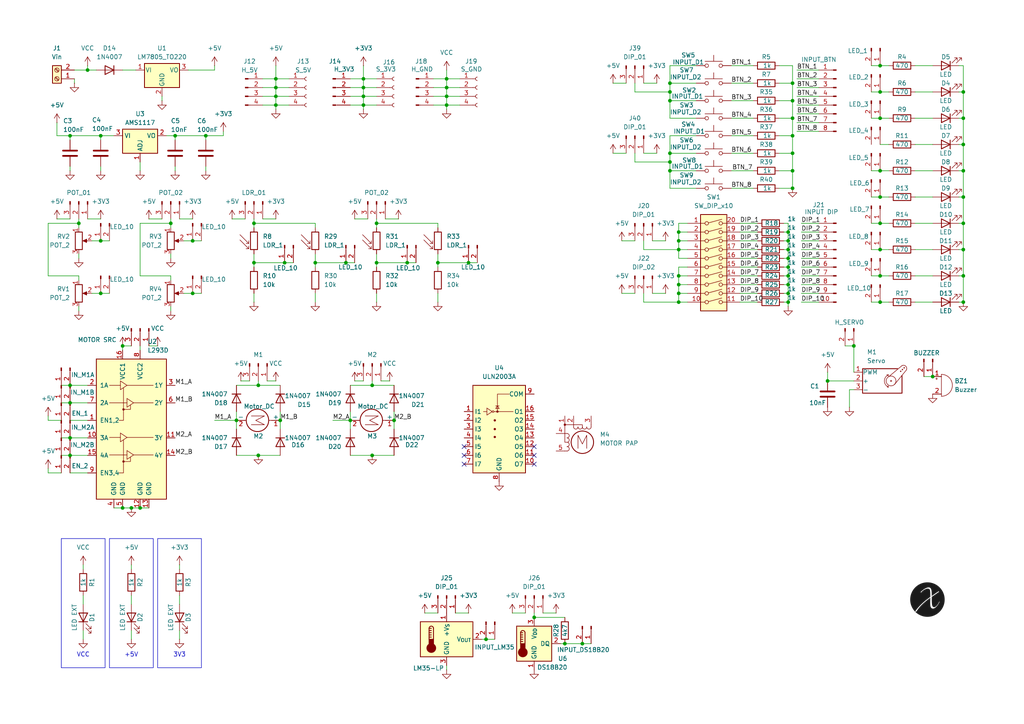
<source format=kicad_sch>
(kicad_sch (version 20250114) (generator "eeschema") (generator_version "9.0")
  (paper "A4")
  (polyline (pts (xy 269.24 168.91) (xy 269.4863 168.9284) (xy 269.7304 168.9587) (xy 269.9721 169.0009) (xy 270.2109 169.0547) (xy 270.4463 169.12) (xy 270.678 169.1967) (xy 270.9055 169.2845) (xy 271.1285 169.3833) (xy 271.3466 169.4929) (xy 271.5592 169.6132) (xy 271.7661 169.744) (xy 271.9668 169.885) (xy 272.1609 170.0362) (xy 272.348 170.1974) (xy 272.5276 170.3684) (xy 272.6986 170.548) (xy 272.8598 170.7351) (xy 273.011 170.9292) (xy 273.152 171.1299) (xy 273.2828 171.3368) (xy 273.4031 171.5494) (xy 273.5127 171.7675) (xy 273.6115 171.9905) (xy 273.6993 172.218) (xy 273.776 172.4497) (xy 273.8413 172.6851) (xy 273.8951 172.9239) (xy 273.9373 173.1656) (xy 273.9676 173.4097) (xy 273.986 173.656) (xy 273.9921 173.9039) (xy 273.986 174.1518) (xy 273.9676 174.3981) (xy 273.9373 174.6422) (xy 273.8951 174.8839) (xy 273.8413 175.1227) (xy 273.776 175.3581) (xy 273.6993 175.5898) (xy 273.6115 175.8173) (xy 273.5127 176.0403) (xy 273.4031 176.2584) (xy 273.2828 176.471) (xy 273.152 176.6779) (xy 273.011 176.8786) (xy 272.8598 177.0727) (xy 272.6986 177.2598) (xy 272.5276 177.4394) (xy 272.348 177.6104) (xy 272.1609 177.7716) (xy 271.9668 177.9228) (xy 271.7661 178.0638) (xy 271.5592 178.1946) (xy 271.3466 178.3149) (xy 271.1285 178.4245) (xy 270.9055 178.5233) (xy 270.678 178.6111) (xy 270.4463 178.6878) (xy 270.2109 178.7531) (xy 269.9721 178.8069) (xy 269.7304 178.8491) (xy 269.4863 178.8794) (xy 269.24 178.8978) (xy 268.9921 178.9039) (xy 268.7442 178.8978) (xy 268.4979 178.8794) (xy 268.2538 178.8491) (xy 268.0121 178.8069) (xy 267.7733 178.7531) (xy 267.5379 178.6878) (xy 267.3062 178.6111) (xy 267.0787 178.5233) (xy 266.8557 178.4245) (xy 266.6376 178.3149) (xy 266.425 178.1946) (xy 266.2181 178.0638) (xy 266.0174 177.9228) (xy 265.8233 177.7716) (xy 265.6362 177.6104) (xy 265.4566 177.4394) (xy 265.3758 177.3545) (xy 265.4719 177.3545) (xy 265.472 177.3654) (xy 265.473 177.3755) (xy 265.4748 177.3849) (xy 265.4773 177.3937) (xy 265.4807 177.4017) (xy 265.4849 177.4091) (xy 265.4898 177.4157) (xy 265.4954 177.4217) (xy 265.5018 177.4269) (xy 265.5089 177.4315) (xy 265.5166 177.4353) (xy 265.5251 177.4385) (xy 265.5341 177.4409) (xy 265.5438 177.4427) (xy 265.5541 177.4437) (xy 265.5651 177.4441) (xy 265.5842 177.4431) (xy 265.6048 177.4399) (xy 265.6267 177.4345) (xy 265.6498 177.4266) (xy 265.6741 177.4162) (xy 265.6995 177.403) (xy 265.7258 177.3868) (xy 265.753 177.3677) (xy 265.7811 177.3453) (xy 265.8099 177.3196) (xy 265.8394 177.2903) (xy 265.8694 177.2574) (xy 265.9 177.2206) (xy 265.9309 177.1799) (xy 265.9622 177.135) (xy 265.9937 177.0859) (xy 266.1699 176.8223) (xy 266.358 176.5636) (xy 266.5573 176.3096) (xy 266.767 176.0602) (xy 266.9864 175.8154) (xy 267.2148 175.5749) (xy 267.4513 175.3388) (xy 267.6952 175.1069) (xy 267.9458 174.8792) (xy 268.2023 174.6554) (xy 268.7301 174.2195) (xy 269.2725 173.7984) (xy 269.8236 173.3914) (xy 269.8082 174.1645) (xy 269.8028 174.5242) (xy 269.8007 174.8567) (xy 269.8033 175.1553) (xy 269.8117 175.4132) (xy 269.8186 175.5248) (xy 269.8274 175.6235) (xy 269.8384 175.7087) (xy 269.8517 175.7795) (xy 269.8798 175.891) (xy 269.914 175.9937) (xy 269.954 176.0874) (xy 269.9995 176.1722) (xy 270.0503 176.2479) (xy 270.1061 176.3145) (xy 270.1667 176.3719) (xy 270.2318 176.42) (xy 270.3012 176.4588) (xy 270.3746 176.4881) (xy 270.4517 176.508) (xy 270.5323 176.5183) (xy 270.6162 176.519) (xy 270.703 176.51) (xy 270.7926 176.4912) (xy 270.8847 176.4626) (xy 270.979 176.424) (xy 271.0752 176.3754) (xy 271.1732 176.3168) (xy 271.2727 176.2481) (xy 271.3733 176.1691) (xy 271.4749 176.0799) (xy 271.5772 175.9803) (xy 271.6799 175.8703) (xy 271.7828 175.7498) (xy 271.8856 175.6188) (xy 271.9881 175.4771) (xy 272.0901 175.3247) (xy 272.1912 175.1615) (xy 272.2912 174.9874) (xy 272.3899 174.8025) (xy 272.4869 174.6065) (xy 272.4942 174.5906) (xy 272.5001 174.5758) (xy 272.5048 174.5622) (xy 272.5083 174.5497) (xy 272.5107 174.5382) (xy 272.5121 174.5278) (xy 272.5124 174.5185) (xy 272.5118 174.5101) (xy 272.5103 174.5028) (xy 272.5079 174.4965) (xy 272.5048 174.4911) (xy 272.501 174.4867) (xy 272.4966 174.4833) (xy 272.4915 174.4807) (xy 272.486 174.4791) (xy 272.4799 174.4783) (xy 272.4735 174.4784) (xy 272.4667 174.4793) (xy 272.4596 174.4811) (xy 272.4522 174.4837) (xy 272.4447 174.4871) (xy 272.4371 174.4912) (xy 272.4294 174.4961) (xy 272.4217 174.5018) (xy 272.4141 174.5081) (xy 272.4066 174.5152) (xy 272.3993 174.523) (xy 272.3922 174.5314) (xy 272.3854 174.5404) (xy 272.379 174.5501) (xy 272.373 174.5605) (xy 272.3675 174.5714) (xy 272.3107 174.6974) (xy 272.2513 174.8198) (xy 272.1894 174.9384) (xy 272.1252 175.0529) (xy 272.0591 175.163) (xy 271.9912 175.2684) (xy 271.9217 175.369) (xy 271.851 175.4644) (xy 271.7792 175.5544) (xy 271.7065 175.6386) (xy 271.6333 175.717) (xy 271.5596 175.7891) (xy 271.4859 175.8548) (xy 271.4122 175.9137) (xy 271.3388 175.9657) (xy 271.266 176.0104) (xy 271.1939 176.0476) (xy 271.1229 176.077) (xy 271.0531 176.0984) (xy 270.9848 176.1115) (xy 270.9182 176.116) (xy 270.8536 176.1117) (xy 270.7911 176.0984) (xy 270.731 176.0757) (xy 270.6736 176.0434) (xy 270.619 176.0012) (xy 270.5675 175.949) (xy 270.5194 175.8863) (xy 270.4748 175.813) (xy 270.434 175.7288) (xy 270.3972 175.6334) (xy 270.3647 175.5266) (xy 270.3448 175.4397) (xy 270.3271 175.3404) (xy 270.2979 175.1078) (xy 270.2764 174.8357) (xy 270.262 174.531) (xy 270.2538 174.2006) (xy 270.2511 173.8515) (xy 270.2532 173.4904) (xy 270.2593 173.1245) (xy 272.3658 171.6599) (xy 272.3706 171.6557) (xy 272.3742 171.651) (xy 272.3769 171.6457) (xy 272.3786 171.6399) (xy 272.3793 171.6338) (xy 272.3792 171.6272) (xy 272.3782 171.6203) (xy 272.3765 171.6132) (xy 272.374 171.6058) (xy 272.3709 171.5983) (xy 272.3671 171.5907) (xy 272.3628 171.5831) (xy 272.3579 171.5754) (xy 272.3525 171.5678) (xy 272.3467 171.5604) (xy 272.3405 171.5531) (xy 272.3339 171.546) (xy 272.3271 171.5392) (xy 272.32 171.5328) (xy 272.3127 171.5267) (xy 272.3053 171.5211) (xy 272.2978 171.5159) (xy 272.2903 171.5114) (xy 272.2827 171.5074) (xy 272.2752 171.5041) (xy 272.2678 171.5015) (xy 272.2605 171.4997) (xy 272.2534 171.4987) (xy 272.2466 171.4986) (xy 272.2401 171.4994) (xy 272.2339 171.5012) (xy 272.2281 171.504) (xy 272.0072 171.6416) (xy 271.7803 171.7894) (xy 271.5466 171.947) (xy 271.3056 172.1136) (xy 270.2522 172.8577) (xy 270.2496 172.3936) (xy 270.2461 172.1659) (xy 270.2392 171.9436) (xy 270.2275 171.7284) (xy 270.2095 171.5224) (xy 270.1836 171.3272) (xy 270.1673 171.2342) (xy 270.1486 171.1447) (xy 270.1271 171.0588) (xy 270.1028 170.9768) (xy 270.0754 170.8989) (xy 270.0448 170.8253) (xy 270.0108 170.7563) (xy 269.9732 170.6921) (xy 269.9319 170.6329) (xy 269.8866 170.5789) (xy 269.8371 170.5305) (xy 269.7833 170.4877) (xy 269.7251 170.4509) (xy 269.6621 170.4203) (xy 269.5943 170.3961) (xy 269.5214 170.3785) (xy 269.4433 170.3678) (xy 269.3598 170.3642) (xy 269.3597 170.364) (xy 269.3597 170.3639) (xy 269.2724 170.3672) (xy 269.1833 170.3769) (xy 269.0926 170.3926) (xy 269.0007 170.4139) (xy 268.9079 170.4404) (xy 268.8143 170.4716) (xy 268.7204 170.5072) (xy 268.6264 170.5468) (xy 268.5326 170.59) (xy 268.4392 170.6363) (xy 268.2551 170.7369) (xy 268.0762 170.8453) (xy 267.905 170.9583) (xy 267.7437 171.0727) (xy 267.5945 171.1853) (xy 267.4597 171.2928) (xy 267.3418 171.3921) (xy 267.2428 171.4799) (xy 267.1652 171.553) (xy 267.1111 171.6082) (xy 267.0829 171.6423) (xy 267.0702 171.6615) (xy 267.0595 171.6798) (xy 267.0508 171.6972) (xy 267.044 171.7136) (xy 267.0389 171.7291) (xy 267.0355 171.7436) (xy 267.0337 171.7574) (xy 267.0333 171.7702) (xy 267.0343 171.7822) (xy 267.0366 171.7934) (xy 267.04 171.8038) (xy 267.0444 171.8134) (xy 267.0498 171.8222) (xy 267.056 171.8302) (xy 267.063 171.8376) (xy 267.0706 171.8442) (xy 267.0788 171.8501) (xy 267.0874 171.8553) (xy 267.0963 171.8599) (xy 267.1054 171.8638) (xy 267.1147 171.8671) (xy 267.124 171.8698) (xy 267.1332 171.8719) (xy 267.1422 171.8734) (xy 267.1593 171.8748) (xy 267.1671 171.8747) (xy 267.1744 171.8741) (xy 267.1809 171.873) (xy 267.1867 171.8714) (xy 267.1915 171.8694) (xy 267.1954 171.867) (xy 267.2306 171.8006) (xy 267.2753 171.7322) (xy 267.3287 171.6623) (xy 267.3903 171.5913) (xy 267.4593 171.5199) (xy 267.5352 171.4484) (xy 267.7046 171.3076) (xy 267.8934 171.1731) (xy 268.0964 171.0488) (xy 268.3081 170.939) (xy 268.4157 170.8908) (xy 268.5235 170.8477) (xy 268.6309 170.8103) (xy 268.7372 170.779) (xy 268.8418 170.7545) (xy 268.9441 170.7371) (xy 269.0432 170.7275) (xy 269.1387 170.726) (xy 269.2299 170.7333) (xy 269.316 170.7499) (xy 269.3965 170.7762) (xy 269.4707 170.8128) (xy 269.5379 170.8602) (xy 269.5974 170.9189) (xy 269.6487 170.9894) (xy 269.691 171.0723) (xy 269.7238 171.168) (xy 269.7462 171.277) (xy 269.7738 171.4941) (xy 269.7938 171.7138) (xy 269.8074 171.9368) (xy 269.8157 172.1638) (xy 269.8196 172.3954) (xy 269.8204 172.6322) (xy 269.8166 173.1244) (xy 269.2391 173.5461) (xy 268.6646 173.9893) (xy 268.3803 174.2189) (xy 268.0989 174.4537) (xy 267.8211 174.6939) (xy 267.5476 174.9392) (xy 267.2791 175.1897) (xy 267.0164 175.4453) (xy 266.7601 175.7061) (xy 266.511 175.972) (xy 266.2697 176.243) (xy 266.037 176.5189) (xy 265.8136 176.7999) (xy 265.6002 177.0859) (xy 265.5843 177.1079) (xy 265.5695 177.1292) (xy 265.5559 177.1499) (xy 265.5433 177.1698) (xy 265.5319 177.1891) (xy 265.5215 177.2076) (xy 265.5121 177.2254) (xy 265.5038 177.2426) (xy 265.4965 177.259) (xy 265.4901 177.2748) (xy 265.4848 177.2898) (xy 265.4804 177.3041) (xy 265.4769 177.3178) (xy 265.4744 177.3307) (xy 265.4727 177.343) (xy 265.4719 177.3545) (xy 265.3758 177.3545) (xy 265.2856 177.2598) (xy 265.1244 177.0727) (xy 264.9732 176.8786) (xy 264.8322 176.6779) (xy 264.7014 176.471) (xy 264.5811 176.2584) (xy 264.4715 176.0403) (xy 264.3727 175.8173) (xy 264.2849 175.5898) (xy 264.2082 175.3581) (xy 264.1429 175.1227) (xy 264.0891 174.8839) (xy 264.0469 174.6422) (xy 264.0166 174.3981) (xy 263.9982 174.1518) (xy 263.9921 173.9039) (xy 263.9982 173.656) (xy 264.0166 173.4097) (xy 264.0469 173.1656) (xy 264.0891 172.9239) (xy 264.1429 172.6851) (xy 264.2082 172.4497) (xy 264.2849 172.218) (xy 264.3727 171.9905) (xy 264.4715 171.7675) (xy 264.5811 171.5494) (xy 264.7014 171.3368) (xy 264.8322 171.1299) (xy 264.9732 170.9292) (xy 265.1244 170.7351) (xy 265.2856 170.548) (xy 265.4566 170.3684) (xy 265.6362 170.1974) (xy 265.8233 170.0362) (xy 266.0174 169.885) (xy 266.2181 169.744) (xy 266.425 169.6132) (xy 266.6376 169.4929) (xy 266.8557 169.3833) (xy 267.0787 169.2845) (xy 267.3062 169.1967) (xy 267.5379 169.12) (xy 267.7733 169.0547) (xy 268.0121 169.0009) (xy 268.2538 168.9587) (xy 268.4979 168.9284) (xy 268.7442 168.91) (xy 268.9921 168.9039) (xy 269.24 168.91)) (stroke (width -0.0001) (type solid)) (fill (type color) (color 26 26 26 1)))
  (rectangle (start 45.72 156.21) (end 58.42 193.675))
  (rectangle (start 31.75 156.21) (end 44.45 193.675))
  (rectangle (start 17.78 156.21) (end 30.48 193.675))
  (text "VCC" (at 24.13 189.992 0) (effects (font (size 1.27 1.27))))
  (text "+5V" (at 38.1 189.992 0) (effects (font (size 1.27 1.27))))
  (text "3V3" (at 52.07 189.992 0) (effects (font (size 1.27 1.27))))
  (junction (at 68.58 121.92))
  (junction (at 80.01 27.94))
  (junction (at 196.85 87.63))
  (junction (at 107.95 111.76))
  (junction (at 140.97 185.42))
  (junction (at 196.85 67.31))
  (junction (at 228.6 85.09))
  (junction (at 255.27 57.15))
  (junction (at 20.32 132.08))
  (junction (at 228.6 72.39))
  (junction (at 196.85 85.09))
  (junction (at 25.4 20.32))
  (junction (at 40.64 147.32))
  (junction (at 80.01 22.86))
  (junction (at 22.86 64.77))
  (junction (at 107.95 132.08))
  (junction (at 228.6 69.85))
  (junction (at 114.3 121.92))
  (junction (at 279.4 34.29))
  (junction (at 255.27 34.29))
  (junction (at 194.31 46.99))
  (junction (at 255.27 19.05))
  (junction (at 194.31 49.53))
  (junction (at 20.32 111.76))
  (junction (at 91.44 76.2))
  (junction (at 35.56 147.32))
  (junction (at 194.31 24.13))
  (junction (at 29.21 85.09))
  (junction (at 129.54 27.94))
  (junction (at 229.87 54.61))
  (junction (at 20.32 127))
  (junction (at 196.85 80.01))
  (junction (at 129.54 22.86))
  (junction (at 229.87 29.21))
  (junction (at 109.22 76.2))
  (junction (at 20.32 116.84))
  (junction (at 194.31 29.21))
  (junction (at 100.33 76.2))
  (junction (at 20.32 39.37))
  (junction (at 101.6 121.92))
  (junction (at 59.69 39.37))
  (junction (at 168.91 186.69))
  (junction (at 73.66 76.2))
  (junction (at 194.31 44.45))
  (junction (at 279.4 41.91))
  (junction (at 105.41 25.4))
  (junction (at 279.4 72.39))
  (junction (at 229.87 34.29))
  (junction (at 279.4 57.15))
  (junction (at 163.83 186.69))
  (junction (at 196.85 82.55))
  (junction (at 74.93 111.76))
  (junction (at 228.6 67.31))
  (junction (at 279.4 80.01))
  (junction (at 105.41 27.94))
  (junction (at 55.88 85.09))
  (junction (at 255.27 87.63))
  (junction (at 73.66 64.77))
  (junction (at 228.6 87.63))
  (junction (at 105.41 30.48))
  (junction (at 196.85 72.39))
  (junction (at 247.65 100.33))
  (junction (at 55.88 69.85))
  (junction (at 255.27 49.53))
  (junction (at 229.87 24.13))
  (junction (at 279.4 26.67))
  (junction (at 74.93 132.08))
  (junction (at 129.54 30.48))
  (junction (at 129.54 25.4))
  (junction (at 228.6 80.01))
  (junction (at 118.11 76.2))
  (junction (at 255.27 26.67))
  (junction (at 255.27 80.01))
  (junction (at 255.27 72.39))
  (junction (at 82.55 76.2))
  (junction (at 50.8 39.37))
  (junction (at 29.21 69.85))
  (junction (at 109.22 64.77))
  (junction (at 228.6 82.55))
  (junction (at 279.4 64.77))
  (junction (at 49.53 64.77))
  (junction (at 270.51 109.22))
  (junction (at 127 76.2))
  (junction (at 154.94 179.07))
  (junction (at 255.27 64.77))
  (junction (at 38.1 147.32))
  (junction (at 29.21 39.37))
  (junction (at 35.56 100.33))
  (junction (at 80.01 30.48))
  (junction (at 279.4 87.63))
  (junction (at 80.01 25.4))
  (junction (at 229.87 44.45))
  (junction (at 228.6 77.47))
  (junction (at 240.03 110.49))
  (junction (at 194.31 26.67))
  (junction (at 81.28 121.92))
  (junction (at 229.87 49.53))
  (junction (at 228.6 74.93))
  (junction (at 135.89 76.2))
  (junction (at 279.4 49.53))
  (junction (at 229.87 39.37))
  (junction (at 196.85 69.85))
  (junction (at 105.41 22.86))
  (no_connect (at 154.94 129.54))
  (no_connect (at 154.94 134.62))
  (no_connect (at 134.62 132.08))
  (no_connect (at 134.62 134.62))
  (no_connect (at 154.94 132.08))
  (no_connect (at 134.62 129.54))
  (wire (pts (xy 196.85 74.93) (xy 196.85 72.39)))
  (wire (pts (xy 240.03 110.49) (xy 240.03 107.95)))
  (wire (pts (xy 49.53 80.01) (xy 40.64 80.01)))
  (wire (pts (xy 212.09 54.61) (xy 218.44 54.61)))
  (wire (pts (xy 228.6 82.55) (xy 228.6 85.09)))
  (wire (pts (xy 123.19 177.8) (xy 127 177.8)))
  (wire (pts (xy 227.33 82.55) (xy 228.6 82.55)))
  (wire (pts (xy 196.85 80.01) (xy 196.85 77.47)))
  (wire (pts (xy 107.95 110.49) (xy 107.95 111.76)))
  (wire (pts (xy 212.09 34.29) (xy 218.44 34.29)))
  (wire (pts (xy 107.95 111.76) (xy 101.6 111.76)))
  (wire (pts (xy 105.41 25.4) (xy 109.22 25.4)))
  (wire (pts (xy 186.69 24.13) (xy 190.5 24.13)))
  (wire (pts (xy 129.54 20.32) (xy 129.54 22.86)))
  (wire (pts (xy 49.53 64.77) (xy 49.53 66.04)))
  (wire (pts (xy 139.7 185.42) (xy 140.97 185.42)))
  (wire (pts (xy 252.73 49.53) (xy 255.27 49.53)))
  (wire (pts (xy 17.78 111.76) (xy 20.32 111.76)))
  (wire (pts (xy 21.59 20.32) (xy 25.4 20.32)))
  (wire (pts (xy 40.64 80.01) (xy 40.64 64.77)))
  (wire (pts (xy 105.41 27.94) (xy 105.41 30.48)))
  (wire (pts (xy 255.27 34.29) (xy 257.81 34.29)))
  (wire (pts (xy 255.27 57.15) (xy 257.81 57.15)))
  (wire (pts (xy 20.32 127) (xy 25.4 127)))
  (wire (pts (xy 227.33 69.85) (xy 228.6 69.85)))
  (wire (pts (xy 226.06 29.21) (xy 229.87 29.21)))
  (wire (pts (xy 278.13 72.39) (xy 279.4 72.39)))
  (wire (pts (xy 194.31 19.05) (xy 201.93 19.05)))
  (wire (pts (xy 101.6 25.4) (xy 105.41 25.4)))
  (wire (pts (xy 125.73 30.48) (xy 129.54 30.48)))
  (wire (pts (xy 279.4 34.29) (xy 279.4 41.91)))
  (wire (pts (xy 73.66 76.2) (xy 82.55 76.2)))
  (wire (pts (xy 196.85 82.55) (xy 196.85 80.01)))
  (wire (pts (xy 52.07 63.5) (xy 55.88 63.5)))
  (wire (pts (xy 228.6 80.01) (xy 228.6 82.55)))
  (wire (pts (xy 114.3 132.08) (xy 107.95 132.08)))
  (wire (pts (xy 91.44 66.04) (xy 91.44 64.77)))
  (wire (pts (xy 53.34 69.85) (xy 55.88 69.85)))
  (wire (pts (xy 74.93 111.76) (xy 68.58 111.76)))
  (wire (pts (xy 226.06 19.05) (xy 229.87 19.05)))
  (wire (pts (xy 80.01 25.4) (xy 80.01 27.94)))
  (wire (pts (xy 127 76.2) (xy 127 77.47)))
  (wire (pts (xy 214.63 69.85) (xy 219.71 69.85)))
  (wire (pts (xy 228.6 69.85) (xy 228.6 72.39)))
  (wire (pts (xy 278.13 80.01) (xy 279.4 80.01)))
  (wire (pts (xy 228.6 74.93) (xy 228.6 77.47)))
  (wire (pts (xy 194.31 39.37) (xy 194.31 44.45)))
  (wire (pts (xy 38.1 182.88) (xy 38.1 185.42)))
  (wire (pts (xy 186.69 69.85) (xy 186.69 72.39)))
  (wire (pts (xy 196.85 74.93) (xy 199.39 74.93)))
  (wire (pts (xy 214.63 80.01) (xy 219.71 80.01)))
  (wire (pts (xy 22.86 73.66) (xy 22.86 74.93)))
  (wire (pts (xy 279.4 64.77) (xy 279.4 72.39)))
  (wire (pts (xy 162.56 186.69) (xy 163.83 186.69)))
  (wire (pts (xy 255.27 49.53) (xy 257.81 49.53)))
  (wire (pts (xy 38.1 163.83) (xy 38.1 165.1)))
  (wire (pts (xy 229.87 44.45) (xy 229.87 49.53)))
  (wire (pts (xy 80.01 30.48) (xy 83.82 30.48)))
  (wire (pts (xy 69.85 110.49) (xy 72.39 110.49)))
  (wire (pts (xy 73.66 73.66) (xy 73.66 76.2)))
  (wire (pts (xy 214.63 64.77) (xy 219.71 64.77)))
  (wire (pts (xy 114.3 119.38) (xy 114.3 121.92)))
  (wire (pts (xy 25.4 63.5) (xy 29.21 63.5)))
  (wire (pts (xy 214.63 77.47) (xy 219.71 77.47)))
  (wire (pts (xy 194.31 29.21) (xy 194.31 34.29)))
  (wire (pts (xy 157.48 177.8) (xy 161.29 177.8)))
  (wire (pts (xy 279.4 26.67) (xy 279.4 34.29)))
  (wire (pts (xy 20.32 121.92) (xy 25.4 121.92)))
  (wire (pts (xy 25.4 20.32) (xy 27.94 20.32)))
  (wire (pts (xy 252.73 72.39) (xy 255.27 72.39)))
  (wire (pts (xy 43.18 100.33) (xy 45.72 100.33)))
  (wire (pts (xy 109.22 73.66) (xy 109.22 76.2)))
  (wire (pts (xy 73.66 64.77) (xy 91.44 64.77)))
  (wire (pts (xy 194.31 44.45) (xy 194.31 46.99)))
  (wire (pts (xy 53.34 85.09) (xy 55.88 85.09)))
  (wire (pts (xy 109.22 76.2) (xy 109.22 77.47)))
  (wire (pts (xy 196.85 72.39) (xy 196.85 69.85)))
  (wire (pts (xy 80.01 27.94) (xy 80.01 30.48)))
  (wire (pts (xy 184.15 44.45) (xy 184.15 46.99)))
  (wire (pts (xy 212.09 39.37) (xy 218.44 39.37)))
  (wire (pts (xy 196.85 87.63) (xy 196.85 85.09)))
  (wire (pts (xy 52.07 182.88) (xy 52.07 185.42)))
  (wire (pts (xy 252.73 19.05) (xy 255.27 19.05)))
  (wire (pts (xy 73.66 76.2) (xy 73.66 77.47)))
  (wire (pts (xy 62.23 19.05) (xy 62.23 20.32)))
  (wire (pts (xy 109.22 76.2) (xy 118.11 76.2)))
  (wire (pts (xy 105.41 30.48) (xy 109.22 30.48)))
  (wire (pts (xy 20.32 116.84) (xy 25.4 116.84)))
  (wire (pts (xy 228.6 85.09) (xy 228.6 87.63)))
  (wire (pts (xy 232.41 64.77) (xy 237.49 64.77)))
  (wire (pts (xy 59.69 39.37) (xy 64.77 39.37)))
  (wire (pts (xy 278.13 49.53) (xy 279.4 49.53)))
  (wire (pts (xy 227.33 85.09) (xy 228.6 85.09)))
  (wire (pts (xy 189.23 85.09) (xy 193.04 85.09)))
  (wire (pts (xy 196.85 72.39) (xy 199.39 72.39)))
  (wire (pts (xy 278.13 34.29) (xy 279.4 34.29)))
  (wire (pts (xy 196.85 82.55) (xy 199.39 82.55)))
  (wire (pts (xy 49.53 88.9) (xy 49.53 90.17)))
  (wire (pts (xy 105.41 27.94) (xy 109.22 27.94)))
  (wire (pts (xy 229.87 19.05) (xy 229.87 24.13)))
  (wire (pts (xy 194.31 49.53) (xy 194.31 54.61)))
  (wire (pts (xy 129.54 25.4) (xy 129.54 27.94)))
  (wire (pts (xy 17.78 137.16) (xy 13.97 137.16)))
  (wire (pts (xy 226.06 44.45) (xy 229.87 44.45)))
  (wire (pts (xy 35.56 20.32) (xy 39.37 20.32)))
  (wire (pts (xy 189.23 69.85) (xy 193.04 69.85)))
  (wire (pts (xy 278.13 41.91) (xy 279.4 41.91)))
  (wire (pts (xy 62.23 20.32) (xy 54.61 20.32)))
  (wire (pts (xy 278.13 57.15) (xy 279.4 57.15)))
  (wire (pts (xy 194.31 46.99) (xy 194.31 49.53)))
  (wire (pts (xy 255.27 72.39) (xy 257.81 72.39)))
  (wire (pts (xy 196.85 64.77) (xy 199.39 64.77)))
  (wire (pts (xy 129.54 30.48) (xy 129.54 31.75)))
  (wire (pts (xy 194.31 44.45) (xy 201.93 44.45)))
  (wire (pts (xy 129.54 27.94) (xy 133.35 27.94)))
  (wire (pts (xy 212.09 49.53) (xy 218.44 49.53)))
  (wire (pts (xy 252.73 34.29) (xy 255.27 34.29)))
  (wire (pts (xy 118.11 76.2) (xy 120.65 76.2)))
  (wire (pts (xy 64.77 39.37) (xy 64.77 38.1)))
  (wire (pts (xy 127 85.09) (xy 127 87.63)))
  (wire (pts (xy 17.78 121.92) (xy 13.97 121.92)))
  (wire (pts (xy 163.83 186.69) (xy 168.91 186.69)))
  (wire (pts (xy 279.4 80.01) (xy 279.4 87.63)))
  (wire (pts (xy 212.09 24.13) (xy 218.44 24.13)))
  (wire (pts (xy 13.97 137.16) (xy 13.97 135.89)))
  (wire (pts (xy 214.63 72.39) (xy 219.71 72.39)))
  (wire (pts (xy 247.65 113.03) (xy 246.38 113.03)))
  (wire (pts (xy 29.21 39.37) (xy 20.32 39.37)))
  (wire (pts (xy 279.4 41.91) (xy 279.4 49.53)))
  (wire (pts (xy 265.43 57.15) (xy 270.51 57.15)))
  (wire (pts (xy 52.07 163.83) (xy 52.07 165.1)))
  (wire (pts (xy 177.8 24.13) (xy 181.61 24.13)))
  (wire (pts (xy 232.41 72.39) (xy 237.49 72.39)))
  (wire (pts (xy 212.09 44.45) (xy 218.44 44.45)))
  (wire (pts (xy 80.01 25.4) (xy 83.82 25.4)))
  (wire (pts (xy 125.73 27.94) (xy 129.54 27.94)))
  (wire (pts (xy 38.1 172.72) (xy 38.1 175.26)))
  (wire (pts (xy 226.06 39.37) (xy 229.87 39.37)))
  (wire (pts (xy 49.53 63.5) (xy 49.53 64.77)))
  (wire (pts (xy 101.6 27.94) (xy 105.41 27.94)))
  (wire (pts (xy 80.01 22.86) (xy 83.82 22.86)))
  (wire (pts (xy 255.27 41.91) (xy 257.81 41.91)))
  (wire (pts (xy 49.53 80.01) (xy 49.53 81.28)))
  (wire (pts (xy 135.89 76.2) (xy 138.43 76.2)))
  (wire (pts (xy 81.28 121.92) (xy 81.28 124.46)))
  (wire (pts (xy 73.66 63.5) (xy 73.66 64.77)))
  (wire (pts (xy 107.95 132.08) (xy 101.6 132.08)))
  (wire (pts (xy 228.6 72.39) (xy 228.6 74.93)))
  (wire (pts (xy 196.85 77.47) (xy 199.39 77.47)))
  (wire (pts (xy 278.13 64.77) (xy 279.4 64.77)))
  (wire (pts (xy 265.43 19.05) (xy 270.51 19.05)))
  (wire (pts (xy 73.66 64.77) (xy 73.66 66.04)))
  (wire (pts (xy 110.49 110.49) (xy 113.03 110.49)))
  (wire (pts (xy 29.21 69.85) (xy 31.75 69.85)))
  (wire (pts (xy 49.53 73.66) (xy 49.53 74.93)))
  (wire (pts (xy 255.27 26.67) (xy 257.81 26.67)))
  (wire (pts (xy 101.6 119.38) (xy 101.6 121.92)))
  (wire (pts (xy 226.06 49.53) (xy 229.87 49.53)))
  (wire (pts (xy 228.6 64.77) (xy 228.6 67.31)))
  (wire (pts (xy 25.4 19.05) (xy 25.4 20.32)))
  (wire (pts (xy 21.59 22.86) (xy 21.59 24.13)))
  (wire (pts (xy 194.31 19.05) (xy 194.31 24.13)))
  (wire (pts (xy 232.41 69.85) (xy 237.49 69.85)))
  (wire (pts (xy 245.11 100.33) (xy 247.65 100.33)))
  (wire (pts (xy 140.97 185.42) (xy 143.51 185.42)))
  (wire (pts (xy 184.15 24.13) (xy 184.15 26.67)))
  (wire (pts (xy 194.31 54.61) (xy 201.93 54.61)))
  (wire (pts (xy 22.86 80.01) (xy 13.97 80.01)))
  (wire (pts (xy 232.41 85.09) (xy 237.49 85.09)))
  (wire (pts (xy 81.28 132.08) (xy 74.93 132.08)))
  (wire (pts (xy 29.21 39.37) (xy 29.21 40.64)))
  (wire (pts (xy 40.64 64.77) (xy 49.53 64.77)))
  (wire (pts (xy 214.63 67.31) (xy 219.71 67.31)))
  (wire (pts (xy 13.97 121.92) (xy 13.97 120.65)))
  (wire (pts (xy 73.66 85.09) (xy 73.66 87.63)))
  (wire (pts (xy 267.97 109.22) (xy 270.51 109.22)))
  (wire (pts (xy 76.2 25.4) (xy 80.01 25.4)))
  (wire (pts (xy 105.41 30.48) (xy 105.41 31.75)))
  (wire (pts (xy 17.78 127) (xy 20.32 127)))
  (wire (pts (xy 20.32 132.08) (xy 25.4 132.08)))
  (wire (pts (xy 196.85 67.31) (xy 196.85 64.77)))
  (wire (pts (xy 22.86 63.5) (xy 22.86 64.77)))
  (wire (pts (xy 129.54 27.94) (xy 129.54 30.48)))
  (wire (pts (xy 125.73 22.86) (xy 129.54 22.86)))
  (wire (pts (xy 80.01 22.86) (xy 80.01 25.4)))
  (wire (pts (xy 109.22 63.5) (xy 109.22 64.77)))
  (wire (pts (xy 227.33 74.93) (xy 228.6 74.93)))
  (wire (pts (xy 232.41 87.63) (xy 237.49 87.63)))
  (wire (pts (xy 229.87 34.29) (xy 229.87 39.37)))
  (wire (pts (xy 13.97 80.01) (xy 13.97 64.77)))
  (wire (pts (xy 26.67 85.09) (xy 29.21 85.09)))
  (wire (pts (xy 127 66.04) (xy 127 64.77)))
  (wire (pts (xy 231.14 33.02) (xy 237.49 33.02)))
  (wire (pts (xy 180.34 69.85) (xy 184.15 69.85)))
  (wire (pts (xy 20.32 137.16) (xy 25.4 137.16)))
  (wire (pts (xy 252.73 80.01) (xy 255.27 80.01)))
  (wire (pts (xy 77.47 110.49) (xy 80.01 110.49)))
  (wire (pts (xy 252.73 64.77) (xy 255.27 64.77)))
  (wire (pts (xy 265.43 87.63) (xy 270.51 87.63)))
  (wire (pts (xy 186.69 85.09) (xy 186.69 87.63)))
  (wire (pts (xy 180.34 85.09) (xy 184.15 85.09)))
  (wire (pts (xy 278.13 19.05) (xy 279.4 19.05)))
  (wire (pts (xy 102.87 63.5) (xy 106.68 63.5)))
  (wire (pts (xy 48.26 39.37) (xy 50.8 39.37)))
  (wire (pts (xy 194.31 49.53) (xy 201.93 49.53)))
  (wire (pts (xy 16.51 39.37) (xy 16.51 35.56)))
  (wire (pts (xy 227.33 72.39) (xy 228.6 72.39)))
  (wire (pts (xy 214.63 85.09) (xy 219.71 85.09)))
  (wire (pts (xy 16.51 63.5) (xy 20.32 63.5)))
  (wire (pts (xy 231.14 30.48) (xy 237.49 30.48)))
  (wire (pts (xy 229.87 29.21) (xy 229.87 34.29)))
  (wire (pts (xy 226.06 34.29) (xy 229.87 34.29)))
  (wire (pts (xy 265.43 49.53) (xy 270.51 49.53)))
  (wire (pts (xy 81.28 111.76) (xy 74.93 111.76)))
  (wire (pts (xy 232.41 82.55) (xy 237.49 82.55)))
  (wire (pts (xy 227.33 77.47) (xy 228.6 77.47)))
  (wire (pts (xy 214.63 82.55) (xy 219.71 82.55)))
  (wire (pts (xy 265.43 26.67) (xy 270.51 26.67)))
  (wire (pts (xy 279.4 49.53) (xy 279.4 57.15)))
  (wire (pts (xy 186.69 44.45) (xy 190.5 44.45)))
  (wire (pts (xy 68.58 121.92) (xy 68.58 124.46)))
  (wire (pts (xy 265.43 80.01) (xy 270.51 80.01)))
  (wire (pts (xy 68.58 119.38) (xy 68.58 121.92)))
  (wire (pts (xy 55.88 69.85) (xy 58.42 69.85)))
  (wire (pts (xy 278.13 87.63) (xy 279.4 87.63)))
  (wire (pts (xy 252.73 57.15) (xy 255.27 57.15)))
  (wire (pts (xy 247.65 100.33) (xy 247.65 107.95)))
  (wire (pts (xy 67.31 63.5) (xy 71.12 63.5)))
  (wire (pts (xy 232.41 77.47) (xy 237.49 77.47)))
  (wire (pts (xy 91.44 73.66) (xy 91.44 76.2)))
  (wire (pts (xy 194.31 39.37) (xy 201.93 39.37)))
  (wire (pts (xy 154.94 179.07) (xy 163.83 179.07)))
  (wire (pts (xy 35.56 100.33) (xy 35.56 101.6)))
  (wire (pts (xy 196.85 80.01) (xy 199.39 80.01)))
  (wire (pts (xy 33.02 39.37) (xy 29.21 39.37)))
  (wire (pts (xy 74.93 132.08) (xy 68.58 132.08)))
  (wire (pts (xy 194.31 24.13) (xy 201.93 24.13)))
  (wire (pts (xy 105.41 22.86) (xy 105.41 25.4)))
  (wire (pts (xy 96.52 121.92) (xy 101.6 121.92)))
  (wire (pts (xy 231.14 38.1) (xy 237.49 38.1)))
  (wire (pts (xy 101.6 121.92) (xy 101.6 124.46)))
  (wire (pts (xy 80.01 27.94) (xy 83.82 27.94)))
  (wire (pts (xy 24.13 163.83) (xy 24.13 165.1)))
  (wire (pts (xy 255.27 87.63) (xy 257.81 87.63)))
  (wire (pts (xy 265.43 34.29) (xy 270.51 34.29)))
  (wire (pts (xy 229.87 49.53) (xy 229.87 54.61)))
  (wire (pts (xy 80.01 19.05) (xy 80.01 22.86)))
  (wire (pts (xy 101.6 30.48) (xy 105.41 30.48)))
  (wire (pts (xy 231.14 22.86) (xy 237.49 22.86)))
  (wire (pts (xy 100.33 76.2) (xy 102.87 76.2)))
  (wire (pts (xy 228.6 77.47) (xy 228.6 80.01)))
  (wire (pts (xy 246.38 113.03) (xy 246.38 118.11)))
  (wire (pts (xy 194.31 29.21) (xy 201.93 29.21)))
  (wire (pts (xy 231.14 27.94) (xy 237.49 27.94)))
  (wire (pts (xy 127 73.66) (xy 127 76.2)))
  (wire (pts (xy 20.32 48.26) (xy 20.32 49.53)))
  (wire (pts (xy 43.18 63.5) (xy 46.99 63.5)))
  (wire (pts (xy 91.44 76.2) (xy 91.44 77.47)))
  (wire (pts (xy 80.01 30.48) (xy 80.01 31.75)))
  (wire (pts (xy 232.41 74.93) (xy 237.49 74.93)))
  (wire (pts (xy 129.54 22.86) (xy 133.35 22.86)))
  (wire (pts (xy 17.78 116.84) (xy 20.32 116.84)))
  (wire (pts (xy 29.21 85.09) (xy 31.75 85.09)))
  (wire (pts (xy 196.85 69.85) (xy 199.39 69.85)))
  (wire (pts (xy 13.97 64.77) (xy 22.86 64.77)))
  (wire (pts (xy 132.08 177.8) (xy 135.89 177.8)))
  (wire (pts (xy 227.33 64.77) (xy 228.6 64.77)))
  (wire (pts (xy 52.07 172.72) (xy 52.07 175.26)))
  (wire (pts (xy 194.31 26.67) (xy 194.31 29.21)))
  (wire (pts (xy 29.21 48.26) (xy 29.21 49.53)))
  (wire (pts (xy 229.87 24.13) (xy 229.87 29.21)))
  (wire (pts (xy 129.54 22.86) (xy 129.54 25.4)))
  (wire (pts (xy 255.27 80.01) (xy 257.81 80.01)))
  (wire (pts (xy 148.59 177.8) (xy 152.4 177.8)))
  (wire (pts (xy 22.86 88.9) (xy 22.86 90.17)))
  (wire (pts (xy 40.64 100.33) (xy 40.64 101.6)))
  (wire (pts (xy 255.27 19.05) (xy 257.81 19.05)))
  (wire (pts (xy 177.8 44.45) (xy 181.61 44.45)))
  (wire (pts (xy 101.6 22.86) (xy 105.41 22.86)))
  (wire (pts (xy 16.51 39.37) (xy 20.32 39.37)))
  (wire (pts (xy 59.69 48.26) (xy 59.69 49.53)))
  (wire (pts (xy 199.39 87.63) (xy 196.85 87.63)))
  (wire (pts (xy 26.67 69.85) (xy 29.21 69.85)))
  (wire (pts (xy 125.73 25.4) (xy 129.54 25.4)))
  (wire (pts (xy 50.8 48.26) (xy 50.8 49.53)))
  (wire (pts (xy 114.3 121.92) (xy 114.3 124.46)))
  (wire (pts (xy 50.8 39.37) (xy 50.8 40.64)))
  (wire (pts (xy 196.85 85.09) (xy 196.85 82.55)))
  (wire (pts (xy 154.94 177.8) (xy 154.94 179.07)))
  (wire (pts (xy 129.54 25.4) (xy 133.35 25.4)))
  (wire (pts (xy 20.32 111.76) (xy 25.4 111.76)))
  (wire (pts (xy 255.27 64.77) (xy 257.81 64.77)))
  (wire (pts (xy 76.2 22.86) (xy 80.01 22.86)))
  (wire (pts (xy 228.6 87.63) (xy 228.6 88.9)))
  (wire (pts (xy 22.86 64.77) (xy 22.86 66.04)))
  (wire (pts (xy 186.69 72.39) (xy 196.85 72.39)))
  (wire (pts (xy 279.4 19.05) (xy 279.4 26.67)))
  (wire (pts (xy 184.15 26.67) (xy 194.31 26.67)))
  (wire (pts (xy 50.8 39.37) (xy 59.69 39.37)))
  (wire (pts (xy 265.43 72.39) (xy 270.51 72.39)))
  (wire (pts (xy 35.56 147.32) (xy 38.1 147.32)))
  (wire (pts (xy 196.85 85.09) (xy 199.39 85.09)))
  (wire (pts (xy 278.13 26.67) (xy 279.4 26.67)))
  (wire (pts (xy 184.15 46.99) (xy 194.31 46.99)))
  (wire (pts (xy 114.3 111.76) (xy 107.95 111.76)))
  (wire (pts (xy 91.44 85.09) (xy 91.44 87.63)))
  (wire (pts (xy 279.4 57.15) (xy 279.4 64.77)))
  (wire (pts (xy 212.09 19.05) (xy 218.44 19.05)))
  (wire (pts (xy 194.31 24.13) (xy 194.31 26.67)))
  (wire (pts (xy 111.76 63.5) (xy 115.57 63.5)))
  (wire (pts (xy 76.2 30.48) (xy 80.01 30.48)))
  (wire (pts (xy 17.78 132.08) (xy 20.32 132.08)))
  (wire (pts (xy 59.69 39.37) (xy 59.69 40.64)))
  (wire (pts (xy 105.41 22.86) (xy 109.22 22.86)))
  (wire (pts (xy 231.14 20.32) (xy 237.49 20.32)))
  (wire (pts (xy 109.22 64.77) (xy 109.22 66.04)))
  (wire (pts (xy 247.65 110.49) (xy 240.03 110.49)))
  (wire (pts (xy 196.85 69.85) (xy 196.85 67.31)))
  (wire (pts (xy 91.44 76.2) (xy 100.33 76.2)))
  (wire (pts (xy 227.33 80.01) (xy 228.6 80.01)))
  (wire (pts (xy 109.22 85.09) (xy 109.22 87.63)))
  (wire (pts (xy 252.73 26.67) (xy 255.27 26.67)))
  (wire (pts (xy 226.06 54.61) (xy 229.87 54.61)))
  (wire (pts (xy 74.93 110.49) (xy 74.93 111.76)))
  (wire (pts (xy 105.41 19.05) (xy 105.41 22.86)))
  (wire (pts (xy 40.64 46.99) (xy 40.64 49.53)))
  (wire (pts (xy 228.6 67.31) (xy 228.6 69.85)))
  (wire (pts (xy 212.09 29.21) (xy 218.44 29.21)))
  (wire (pts (xy 279.4 72.39) (xy 279.4 80.01)))
  (wire (pts (xy 227.33 87.63) (xy 228.6 87.63)))
  (wire (pts (xy 196.85 67.31) (xy 199.39 67.31)))
  (wire (pts (xy 214.63 87.63) (xy 219.71 87.63)))
  (wire (pts (xy 40.64 147.32) (xy 43.18 147.32)))
  (wire (pts (xy 82.55 76.2) (xy 85.09 76.2)))
  (wire (pts (xy 22.86 80.01) (xy 22.86 81.28)))
  (wire (pts (xy 129.54 30.48) (xy 133.35 30.48)))
  (wire (pts (xy 46.99 27.94) (xy 46.99 29.21)))
  (wire (pts (xy 76.2 63.5) (xy 80.01 63.5)))
  (wire (pts (xy 24.13 182.88) (xy 24.13 185.42)))
  (wire (pts (xy 55.88 85.09) (xy 58.42 85.09)))
  (wire (pts (xy 227.33 67.31) (xy 228.6 67.31)))
  (wire (pts (xy 24.13 172.72) (xy 24.13 175.26)))
  (wire (pts (xy 81.28 119.38) (xy 81.28 121.92)))
  (wire (pts (xy 35.56 100.33) (xy 38.1 100.33)))
  (wire (pts (xy 232.41 80.01) (xy 237.49 80.01)))
  (wire (pts (xy 252.73 87.63) (xy 255.27 87.63)))
  (wire (pts (xy 20.32 39.37) (xy 20.32 40.64)))
  (wire (pts (xy 109.22 64.77) (xy 127 64.77)))
  (wire (pts (xy 62.23 121.92) (xy 68.58 121.92)))
  (wire (pts (xy 231.14 25.4) (xy 237.49 25.4)))
  (wire (pts (xy 127 76.2) (xy 135.89 76.2)))
  (wire (pts (xy 105.41 25.4) (xy 105.41 27.94)))
  (wire (pts (xy 214.63 74.93) (xy 219.71 74.93)))
  (wire (pts (xy 102.87 110.49) (xy 105.41 110.49)))
  (wire (pts (xy 129.54 193.04) (xy 129.54 194.31)))
  (wire (pts (xy 186.69 87.63) (xy 196.85 87.63)))
  (wire (pts (xy 194.31 34.29) (xy 201.93 34.29)))
  (wire (pts (xy 76.2 27.94) (xy 80.01 27.94)))
  (wire (pts (xy 231.14 35.56) (xy 237.49 35.56)))
  (wire (pts (xy 232.41 67.31) (xy 237.49 67.31)))
  (wire (pts (xy 38.1 147.32) (xy 40.64 147.32)))
  (wire (pts (xy 265.43 41.91) (xy 270.51 41.91)))
  (wire (pts (xy 33.02 147.32) (xy 35.56 147.32)))
  (wire (pts (xy 265.43 64.77) (xy 270.51 64.77)))
  (wire (pts (xy 226.06 24.13) (xy 229.87 24.13)))
  (wire (pts (xy 168.91 186.69) (xy 171.45 186.69)))
  (wire (pts (xy 229.87 39.37) (xy 229.87 44.45)))
  (label "BTN_3" (at 231.14 25.4 0))
  (label "M2_A" (at 50.8 127 0))
  (label "BTN_8" (at 231.14 38.1 0))
  (label "DIP_8" (at 232.41 82.55 0))
  (label "M2_B" (at 114.3 121.92 0))
  (label "DIP_4" (at 232.41 72.39 0))
  (label "DIP_1" (at 214.63 64.77 0))
  (label "DIP_7" (at 232.41 80.01 0))
  (label "M1_A" (at 50.8 111.76 0))
  (label "BTN_5" (at 231.14 30.48 0))
  (label "BTN_4" (at 231.14 27.94 0))
  (label "M2_B" (at 50.8 132.08 0))
  (label "DIP_2" (at 214.63 67.31 0))
  (label "BTN_3" (at 212.09 29.21 0))
  (label "M1_B" (at 81.28 121.92 0))
  (label "M2_A" (at 96.52 121.92 0))
  (label "DIP_7" (at 214.63 80.01 0))
  (label "BTN_2" (at 212.09 24.13 0))
  (label "M1_A" (at 62.23 121.92 0))
  (label "DIP_1" (at 232.41 64.77 0))
  (label "DIP_3" (at 214.63 69.85 0))
  (label "BTN_5" (at 212.09 39.37 0))
  (label "DIP_9" (at 232.41 85.09 0))
  (label "BTN_4" (at 212.09 34.29 0))
  (label "DIP_6" (at 214.63 77.47 0))
  (label "DIP_5" (at 232.41 74.93 0))
  (label "DIP_2" (at 232.41 67.31 0))
  (label "BTN_6" (at 212.09 44.45 0))
  (label "DIP_3" (at 232.41 69.85 0))
  (label "BTN_2" (at 231.14 22.86 0))
  (label "BTN_1" (at 231.14 20.32 0))
  (label "DIP_5" (at 214.63 74.93 0))
  (label "BTN_7" (at 231.14 35.56 0))
  (label "M1_B" (at 50.8 116.84 0))
  (label "BTN_8" (at 212.09 54.61 0))
  (label "DIP_9" (at 214.63 85.09 0))
  (label "DIP_6" (at 232.41 77.47 0))
  (label "DIP_10" (at 232.41 87.63 0))
  (label "DIP_10" (at 214.63 87.63 0))
  (label "DIP_4" (at 214.63 72.39 0))
  (label "BTN_1" (at 212.09 19.05 0))
  (label "BTN_6" (at 231.14 33.02 0))
  (label "DIP_8" (at 214.63 82.55 0))
  (label "BTN_7" (at 212.344 49.53 0))
  (symbol (lib_id "Device:R") (at 222.25 24.13 90) (unit 1)
    (property "Reference" "R7" (at 222.25 21.59 90))
    (property "Value" "1k" (at 222.504 24.13 90))
    (property "Footprint" "Resistor_THT:R_Axial_DIN0207_L6.3mm_D2.5mm_P10.16mm_Horizontal" (effects (hide yes)))
    (property "Description" "Resistor" (effects (hide yes)))
  )
  (symbol (lib_id "Connector:Conn_01x02_Pin") (at 55.88 64.77 90) (mirror x) (unit 1)
    (property "Reference" "J30" (effects (hide yes)))
    (property "Value" "LED_10" (at 65.532 65.786 90) (effects (justify left)))
    (property "Footprint" "Connector_PinHeader_2.54mm:PinHeader_1x02_P2.54mm_Vertical" (effects (hide yes)))
    (property "Description" "Generic connector, single row, 01x02, script generated" (effects (hide yes)))
  )
  (symbol (lib_id "power:VCC") (at 24.13 163.83 0) (unit 1)
    (property "Reference" "#PWR036" (effects (hide yes)))
    (property "Value" "VCC" (at 24.13 158.75 0))
    (property "Description" "Power symbol creates a global label with name \"VCC\"" (effects (hide yes)))
  )
  (symbol (lib_id "power:GND") (at 29.21 49.53 0) (unit 1)
    (property "Reference" "#PWR07" (effects (hide yes)))
    (property "Value" "GND" (effects (hide yes)))
    (property "Description" "Power symbol creates a global label with name \"GND\" , ground" (effects (hide yes)))
  )
  (symbol (lib_id "Switch:SW_Push") (at 207.01 54.61 0) (unit 1)
    (property "Reference" "SW9" (at 199.136 50.8 0))
    (property "Value" "INPUT_D2" (at 198.882 52.832 0))
    (property "Footprint" "Button_Switch_THT:SW_PUSH_6mm" (effects (hide yes)))
    (property "Description" "Push button switch, generic, two pins" (effects (hide yes)))
  )
  (symbol (lib_id "Connector:Conn_01x04_Socket") (at 88.9 25.4 0) (unit 1)
    (property "Reference" "J13" (at 86.106 17.78 0) (effects (justify left)))
    (property "Value" "S_5V" (at 85.598 20.32 0) (effects (justify left)))
    (property "Footprint" "Connector_PinSocket_2.54mm:PinSocket_1x04_P2.54mm_Vertical" (effects (hide yes)))
    (property "Description" "Generic connector, single row, 01x04, script generated" (effects (hide yes)))
  )
  (symbol (lib_id "Device:LED") (at 274.32 19.05 180) (unit 1)
    (property "Reference" "D5" (at 274.32 16.51 0))
    (property "Value" "LED" (at 274.32 21.59 0))
    (property "Footprint" "LED_THT:LED_D3.0mm" (effects (hide yes)))
    (property "Description" "Light emitting diode" (effects (hide yes)))
  )
  (symbol (lib_id "power:GND") (at 154.94 194.31 0) (unit 1)
    (property "Reference" "#PWR049" (effects (hide yes)))
    (property "Value" "GND" (effects (hide yes)))
    (property "Description" "Power symbol creates a global label with name \"GND\" , ground" (effects (hide yes)))
  )
  (symbol (lib_id "Device:R") (at 223.52 77.47 90) (unit 1)
    (property "Reference" "R23" (at 223.774 77.47 90))
    (property "Value" "1k" (at 229.616 76.2 90))
    (property "Footprint" "Resistor_THT:R_Axial_DIN0207_L6.3mm_D2.5mm_P10.16mm_Horizontal" (effects (hide yes)))
    (property "Description" "Resistor" (effects (hide yes)))
  )
  (symbol (lib_id "Connector:Conn_01x02_Pin") (at 255.27 82.55 270) (unit 1)
    (property "Reference" "J11" (effects (hide yes)))
    (property "Value" "LED_10" (at 245.618 83.566 90) (effects (justify left)))
    (property "Footprint" "Connector_PinHeader_2.54mm:PinHeader_1x02_P2.54mm_Vertical" (effects (hide yes)))
    (property "Description" "Generic connector, single row, 01x02, script generated" (effects (hide yes)))
  )
  (symbol (lib_id "power:+5V") (at 62.23 19.05 0) (unit 1)
    (property "Reference" "#PWR02" (effects (hide yes)))
    (property "Value" "+5V" (at 62.23 13.97 0))
    (property "Description" "Power symbol creates a global label with name \"+5V\"" (effects (hide yes)))
  )
  (symbol (lib_id "Sensor_Optical:A9013") (at 91.44 69.85 0) (unit 1)
    (property "Reference" "R29" (at 93.98 68.5799 0) (effects (justify left)))
    (property "Value" "LDR_1" (at 93.98 71.1199 0) (effects (justify left)))
    (property "Footprint" "OptoDevice:R_LDR_5.0x4.1mm_P3mm_Vertical" (effects (hide yes)))
    (property "Datasheet" "http://www.produktinfo.conrad.com/datenblaetter/125000-149999/145475-da-01-en-FOTOWIDERSTAND_A_9060_A_9013.pdf" (effects (hide yes)))
    (property "Description" "light dependent resistor" (effects (hide yes)))
  )
  (symbol (lib_id "power:GND") (at 73.66 87.63 0) (unit 1)
    (property "Reference" "#PWR063" (effects (hide yes)))
    (property "Value" "GND" (effects (hide yes)))
    (property "Description" "Power symbol creates a global label with name \"GND\" , ground" (effects (hide yes)))
  )
  (symbol (lib_id "Device:C") (at 29.21 44.45 0) (unit 1)
    (property "Reference" "C4" (at 26.67 34.798 0) (effects (justify left)))
    (property "Value" "100nF" (at 26.67 37.338 0) (effects (justify left)))
    (property "Footprint" "Capacitor_SMD:C_0805_2012Metric" (effects (hide yes)))
    (property "Description" "Unpolarized capacitor" (effects (hide yes)))
  )
  (symbol (lib_id "Connector:Conn_01x02_Pin") (at 255.27 52.07 270) (unit 1)
    (property "Reference" "J7" (effects (hide yes)))
    (property "Value" "LED_6" (at 246.38 53.086 90) (effects (justify left)))
    (property "Footprint" "Connector_PinHeader_2.54mm:PinHeader_1x02_P2.54mm_Vertical" (effects (hide yes)))
    (property "Description" "Generic connector, single row, 01x02, script generated" (effects (hide yes)))
  )
  (symbol (lib_id "Device:LED") (at 274.32 26.67 180) (unit 1)
    (property "Reference" "D4" (at 274.32 24.13 0))
    (property "Value" "LED" (at 274.32 29.21 0))
    (property "Footprint" "LED_THT:LED_D3.0mm" (effects (hide yes)))
    (property "Description" "Light emitting diode" (effects (hide yes)))
  )
  (symbol (lib_id "Diode:1N4007") (at 114.3 115.57 270) (unit 1)
    (property "Reference" "D21" (at 123.19 117.348 90) (effects (justify right)))
    (property "Value" "1N4007" (at 123.19 114.808 90) (effects (justify right)))
    (property "Footprint" "Diode_THT:D_DO-41_SOD81_P10.16mm_Horizontal" (effects (hide yes)))
    (property "Datasheet" "http://www.vishay.com/docs/88503/1n4001.pdf" (effects (hide yes)))
    (property "Description" "1000V 1A General Purpose Rectifier Diode, DO-41" (effects (hide yes)))
    (property "Sim.Device" "D" (effects (hide yes)))
    (property "Sim.Pins" "1=K 2=A" (effects (hide yes)))
  )
  (symbol (lib_id "power:+5V") (at 16.51 35.56 0) (unit 1)
    (property "Reference" "#PWR05" (effects (hide yes)))
    (property "Value" "+5V" (at 16.51 30.48 0))
    (property "Description" "Power symbol creates a global label with name \"+5V\"" (effects (hide yes)))
  )
  (symbol (lib_id "Connector:Conn_01x03_Pin") (at 129.54 172.72 270) (unit 1)
    (property "Reference" "J25" (at 129.54 167.64 90))
    (property "Value" "DIP_01" (at 129.54 170.18 90))
    (property "Description" "Generic connector, single row, 01x03, script generated" (effects (hide yes)))
  )
  (symbol (lib_id "power:+3V3") (at 115.57 63.5 0) (unit 1)
    (property "Reference" "#PWR052" (effects (hide yes)))
    (property "Value" "+3V3" (at 115.57 58.42 0))
    (property "Description" "Power symbol creates a global label with name \"+3V3\"" (effects (hide yes)))
  )
  (symbol (lib_id "Device:R_Potentiometer") (at 49.53 69.85 0) (unit 1)
    (property "Reference" "RV3" (at 46.99 68.5799 0) (effects (justify right)))
    (property "Value" "POT_2" (at 46.99 71.1199 0) (effects (justify right)))
    (property "Footprint" "Potentiometer_THT:Potentiometer_Piher_PT-10-V05_Vertical" (effects (hide yes)))
    (property "Description" "Potentiometer" (effects (hide yes)))
  )
  (symbol (lib_id "power:+5V") (at 240.03 107.95 0) (unit 1)
    (property "Reference" "#PWR035" (effects (hide yes)))
    (property "Value" "+5V" (at 240.03 102.87 0))
    (property "Description" "Power symbol creates a global label with name \"+5V\"" (effects (hide yes)))
  )
  (symbol (lib_id "power:GND") (at 109.22 87.63 0) (unit 1)
    (property "Reference" "#PWR051" (effects (hide yes)))
    (property "Value" "GND" (effects (hide yes)))
    (property "Description" "Power symbol creates a global label with name \"GND\" , ground" (effects (hide yes)))
  )
  (symbol (lib_id "Device:R") (at 222.25 34.29 90) (unit 1)
    (property "Reference" "R36" (at 222.25 31.75 90))
    (property "Value" "1k" (at 222.504 34.29 90))
    (property "Footprint" "Resistor_THT:R_Axial_DIN0207_L6.3mm_D2.5mm_P10.16mm_Horizontal" (effects (hide yes)))
    (property "Description" "Resistor" (effects (hide yes)))
  )
  (symbol (lib_id "power:GND") (at 127 87.63 0) (unit 1)
    (property "Reference" "#PWR053" (effects (hide yes)))
    (property "Value" "GND" (effects (hide yes)))
    (property "Description" "Power symbol creates a global label with name \"GND\" , ground" (effects (hide yes)))
  )
  (symbol (lib_id "Device:R") (at 223.52 80.01 90) (unit 1)
    (property "Reference" "R24" (at 223.774 80.01 90))
    (property "Value" "1k" (at 229.616 78.74 90))
    (property "Footprint" "Resistor_THT:R_Axial_DIN0207_L6.3mm_D2.5mm_P10.16mm_Horizontal" (effects (hide yes)))
    (property "Description" "Resistor" (effects (hide yes)))
  )
  (symbol (lib_id "power:+3V3") (at 55.88 63.5 0) (unit 1)
    (property "Reference" "#PWR045" (effects (hide yes)))
    (property "Value" "+3V3" (at 55.88 58.42 0))
    (property "Description" "Power symbol creates a global label with name \"+3V3\"" (effects (hide yes)))
  )
  (symbol (lib_id "power:+5V") (at 13.97 135.89 0) (unit 1)
    (property "Reference" "#PWR071" (effects (hide yes)))
    (property "Value" "+5V" (at 13.97 130.81 0))
    (property "Description" "Power symbol creates a global label with name \"+5V\"" (effects (hide yes)))
  )
  (symbol (lib_id "Diode:1N4007") (at 101.6 115.57 270) (unit 1)
    (property "Reference" "D19" (at 99.06 116.8401 90) (effects (justify right)))
    (property "Value" "1N4007" (at 99.06 114.3001 90) (effects (justify right)))
    (property "Footprint" "Diode_THT:D_DO-41_SOD81_P10.16mm_Horizontal" (effects (hide yes)))
    (property "Datasheet" "http://www.vishay.com/docs/88503/1n4001.pdf" (effects (hide yes)))
    (property "Description" "1000V 1A General Purpose Rectifier Diode, DO-41" (effects (hide yes)))
    (property "Sim.Device" "D" (effects (hide yes)))
    (property "Sim.Pins" "1=K 2=A" (effects (hide yes)))
  )
  (symbol (lib_id "Sensor_Optical:A9013") (at 73.66 69.85 0) (unit 1)
    (property "Reference" "R8" (at 76.2 68.5799 0) (effects (justify left)))
    (property "Value" "LDR_1" (at 76.2 71.1199 0) (effects (justify left)))
    (property "Footprint" "OptoDevice:R_LDR_5.0x4.1mm_P3mm_Vertical" (effects (hide yes)))
    (property "Datasheet" "http://www.produktinfo.conrad.com/datenblaetter/125000-149999/145475-da-01-en-FOTOWIDERSTAND_A_9060_A_9013.pdf" (effects (hide yes)))
    (property "Description" "light dependent resistor" (effects (hide yes)))
  )
  (symbol (lib_id "Device:R") (at 52.07 168.91 0) (unit 1)
    (property "Reference" "R3" (at 54.61 168.91 90))
    (property "Value" "1k" (at 52.07 168.91 90))
    (property "Footprint" "Resistor_SMD:R_0805_2012Metric_Pad1.20x1.40mm_HandSolder" (effects (hide yes)))
    (property "Description" "Resistor" (effects (hide yes)))
  )
  (symbol (lib_id "power:GND") (at 22.86 90.17 0) (unit 1)
    (property "Reference" "#PWR030" (effects (hide yes)))
    (property "Value" "GND" (effects (hide yes)))
    (property "Description" "Power symbol creates a global label with name \"GND\" , ground" (effects (hide yes)))
  )
  (symbol (lib_id "Connector:Conn_01x02_Pin") (at 17.78 116.84 90) (mirror x) (unit 1)
    (property "Reference" "J45" (effects (hide yes)))
    (property "Value" "EN_1" (at 25.654 119.888 90) (effects (justify left)))
    (property "Footprint" "Connector_PinHeader_2.54mm:PinHeader_1x02_P2.54mm_Vertical" (effects (hide yes)))
    (property "Description" "Generic connector, single row, 01x02, script generated" (effects (hide yes)))
  )
  (symbol (lib_id "power:GND") (at 20.32 49.53 0) (unit 1)
    (property "Reference" "#PWR06" (effects (hide yes)))
    (property "Value" "GND" (effects (hide yes)))
    (property "Description" "Power symbol creates a global label with name \"GND\" , ground" (effects (hide yes)))
  )
  (symbol (lib_id "Device:LED") (at 274.32 64.77 180) (unit 1)
    (property "Reference" "D10" (at 274.32 62.23 0))
    (property "Value" "LED" (at 274.32 67.31 0))
    (property "Footprint" "LED_THT:LED_D3.0mm" (effects (hide yes)))
    (property "Description" "Light emitting diode" (effects (hide yes)))
  )
  (symbol (lib_id "Device:R") (at 222.25 19.05 90) (unit 1)
    (property "Reference" "R5" (at 222.25 16.51 90))
    (property "Value" "1k" (at 222.504 19.05 90))
    (property "Footprint" "Resistor_THT:R_Axial_DIN0207_L6.3mm_D2.5mm_P10.16mm_Horizontal" (effects (hide yes)))
    (property "Description" "Resistor" (effects (hide yes)))
  )
  (symbol (lib_id "Connector:Conn_01x02_Pin") (at 17.78 121.92 90) (mirror x) (unit 1)
    (property "Reference" "J49" (effects (hide yes)))
    (property "Value" "IN_M2A" (at 27.432 123.952 90) (effects (justify left)))
    (property "Footprint" "Connector_PinHeader_2.54mm:PinHeader_1x02_P2.54mm_Vertical" (effects (hide yes)))
    (property "Description" "Generic connector, single row, 01x02, script generated" (effects (hide yes)))
  )
  (symbol (lib_id "Switch:SW_Push") (at 207.01 19.05 0) (unit 1)
    (property "Reference" "SW5" (at 199.644 16.002 0))
    (property "Value" "INPUT_D1" (at 199.644 18.034 0))
    (property "Footprint" "Button_Switch_THT:SW_PUSH_6mm" (effects (hide yes)))
    (property "Description" "Push button switch, generic, two pins" (effects (hide yes)))
  )
  (symbol (lib_id "power:GND") (at 105.41 31.75 0) (unit 1)
    (property "Reference" "#PWR022" (effects (hide yes)))
    (property "Value" "GND" (effects (hide yes)))
    (property "Description" "Power symbol creates a global label with name \"GND\" , ground" (effects (hide yes)))
  )
  (symbol (lib_id "Connector:Conn_01x03_Pin") (at 186.69 80.01 270) (unit 1)
    (property "Reference" "J22" (at 186.69 74.93 90))
    (property "Value" "DIP_02" (at 186.69 77.47 90))
    (property "Description" "Generic connector, single row, 01x03, script generated" (effects (hide yes)))
  )
  (symbol (lib_id "Device:LED") (at 274.32 57.15 180) (unit 1)
    (property "Reference" "D9" (at 274.32 54.61 0))
    (property "Value" "LED" (at 274.32 59.69 0))
    (property "Footprint" "LED_THT:LED_D3.0mm" (effects (hide yes)))
    (property "Description" "Light emitting diode" (effects (hide yes)))
  )
  (symbol (lib_id "power:GND") (at 129.54 194.31 0) (unit 1)
    (property "Reference" "#PWR062" (effects (hide yes)))
    (property "Value" "GND" (effects (hide yes)))
    (property "Description" "Power symbol creates a global label with name \"GND\" , ground" (effects (hide yes)))
  )
  (symbol (lib_id "Device:R") (at 222.25 44.45 90) (unit 1)
    (property "Reference" "R38" (at 222.25 41.91 90))
    (property "Value" "1k" (at 222.504 44.45 90))
    (property "Footprint" "Resistor_THT:R_Axial_DIN0207_L6.3mm_D2.5mm_P10.16mm_Horizontal" (effects (hide yes)))
    (property "Description" "Resistor" (effects (hide yes)))
  )
  (symbol (lib_id "Switch:SW_Push") (at 207.01 34.29 0) (unit 1)
    (property "Reference" "SW3" (at 199.136 30.48 0))
    (property "Value" "INPUT_D2" (at 198.882 32.512 0))
    (property "Footprint" "Button_Switch_THT:SW_PUSH_6mm" (effects (hide yes)))
    (property "Description" "Push button switch, generic, two pins" (effects (hide yes)))
  )
  (symbol (lib_id "power:+5V") (at 180.34 85.09 0) (unit 1)
    (property "Reference" "#PWR027" (effects (hide yes)))
    (property "Value" "+5V" (at 180.34 80.01 0))
    (property "Description" "Power symbol creates a global label with name \"+5V\"" (effects (hide yes)))
  )
  (symbol (lib_id "Device:R") (at 109.22 81.28 180) (unit 1)
    (property "Reference" "R32" (at 111.76 80.0099 0) (effects (justify right)))
    (property "Value" "10k" (at 111.76 82.5499 0) (effects (justify right)))
    (property "Footprint" "Resistor_THT:R_Axial_DIN0207_L6.3mm_D2.5mm_P10.16mm_Horizontal" (effects (hide yes)))
    (property "Description" "Resistor" (effects (hide yes)))
  )
  (symbol (lib_id "power:GND") (at 22.86 74.93 0) (unit 1)
    (property "Reference" "#PWR064" (effects (hide yes)))
    (property "Value" "GND" (effects (hide yes)))
    (property "Description" "Power symbol creates a global label with name \"GND\" , ground" (effects (hide yes)))
  )
  (symbol (lib_id "Motor:Motor_DC") (at 109.22 121.92 270) (unit 1)
    (property "Reference" "M3" (at 107.95 126.492 90))
    (property "Value" "Motor_DC" (at 108.204 117.856 90))
    (property "Description" "DC Motor" (effects (hide yes)))
  )
  (symbol (lib_id "Connector:Conn_01x02_Pin") (at 255.27 21.59 270) (unit 1)
    (property "Reference" "J3" (effects (hide yes)))
    (property "Value" "LED_2" (at 246.126 22.352 90) (effects (justify left)))
    (property "Footprint" "Connector_PinHeader_2.54mm:PinHeader_1x02_P2.54mm_Vertical" (effects (hide yes)))
    (property "Description" "Generic connector, single row, 01x02, script generated" (effects (hide yes)))
  )
  (symbol (lib_id "Device:R") (at 261.62 26.67 90) (unit 1)
    (property "Reference" "R6" (at 261.62 24.13 90))
    (property "Value" "470" (at 261.62 26.67 90))
    (property "Footprint" "Resistor_THT:R_Axial_DIN0207_L6.3mm_D2.5mm_P10.16mm_Horizontal" (effects (hide yes)))
    (property "Description" "Resistor" (effects (hide yes)))
  )
  (symbol (lib_id "Connector:Conn_01x02_Pin") (at 29.21 80.01 90) (mirror x) (unit 1)
    (property "Reference" "J24" (effects (hide yes)))
    (property "Value" "LED_10" (at 38.862 81.026 90) (effects (justify left)))
    (property "Footprint" "Connector_PinHeader_2.54mm:PinHeader_1x02_P2.54mm_Vertical" (effects (hide yes)))
    (property "Description" "Generic connector, single row, 01x02, script generated" (effects (hide yes)))
  )
  (symbol (lib_id "Device:R") (at 261.62 34.29 90) (unit 1)
    (property "Reference" "R9" (at 261.62 31.75 90))
    (property "Value" "470" (at 261.62 34.29 90))
    (property "Footprint" "Resistor_THT:R_Axial_DIN0207_L6.3mm_D2.5mm_P10.16mm_Horizontal" (effects (hide yes)))
    (property "Description" "Resistor" (effects (hide yes)))
  )
  (symbol (lib_id "Connector:Conn_01x04_Socket") (at 114.3 25.4 0) (unit 1)
    (property "Reference" "J16" (at 110.998 18.034 0) (effects (justify left)))
    (property "Value" "S_3V3" (at 108.966 20.066 0) (effects (justify left)))
    (property "Footprint" "Connector_PinSocket_2.54mm:PinSocket_1x04_P2.54mm_Vertical" (effects (hide yes)))
    (property "Description" "Generic connector, single row, 01x04, script generated" (effects (hide yes)))
  )
  (symbol (lib_id "Connector:Conn_01x02_Pin") (at 255.27 29.21 270) (unit 1)
    (property "Reference" "J4" (effects (hide yes)))
    (property "Value" "LED_3" (at 246.126 30.226 90) (effects (justify left)))
    (property "Footprint" "Connector_PinHeader_2.54mm:PinHeader_1x02_P2.54mm_Vertical" (effects (hide yes)))
    (property "Description" "Generic connector, single row, 01x02, script generated" (effects (hide yes)))
  )
  (symbol (lib_id "Sensor_Temperature:DS18B20") (at 154.94 186.69 0) (unit 1)
    (property "Reference" "U6" (at 164.592 191.008 0) (effects (justify right)))
    (property "Value" "DS18B20" (at 164.592 193.548 0) (effects (justify right)))
    (property "Footprint" "Package_TO_SOT_THT:TO-92_Inline" (effects (hide yes)))
    (property "Datasheet" "http://datasheets.maximintegrated.com/en/ds/DS18B20.pdf" (effects (hide yes)))
    (property "Description" "Programmable Resolution 1-Wire Digital Thermometer TO-92" (effects (hide yes)))
  )
  (symbol (lib_id "Connector:Conn_01x04_Pin") (at 120.65 25.4 0) (unit 1)
    (property "Reference" "J18" (at 122.174 17.78 0))
    (property "Value" "H_GND" (at 122.428 20.066 0))
    (property "Footprint" "Connector_PinHeader_2.54mm:PinHeader_1x04_P2.54mm_Vertical" (effects (hide yes)))
    (property "Description" "Generic connector, single row, 01x04, script generated" (effects (hide yes)))
  )
  (symbol (lib_id "Device:LED") (at 274.32 41.91 180) (unit 1)
    (property "Reference" "D7" (at 274.32 39.37 0))
    (property "Value" "LED" (at 274.32 44.45 0))
    (property "Footprint" "LED_THT:LED_D3.0mm" (effects (hide yes)))
    (property "Description" "Light emitting diode" (effects (hide yes)))
  )
  (symbol (lib_id "Device:R") (at 223.52 64.77 90) (unit 1)
    (property "Reference" "R18" (at 223.774 64.77 90))
    (property "Value" "1k" (at 229.616 63.5 90))
    (property "Footprint" "Resistor_THT:R_Axial_DIN0207_L6.3mm_D2.5mm_P10.16mm_Horizontal" (effects (hide yes)))
    (property "Description" "Resistor" (effects (hide yes)))
  )
  (symbol (lib_id "Connector:Screw_Terminal_01x02") (at 16.51 22.86 180) (unit 1)
    (property "Reference" "J1" (at 16.51 13.97 0))
    (property "Value" "Vin" (at 16.51 16.51 0))
    (property "Description" "Generic screw terminal, single row, 01x02, script generated (kicad-library-utils/schlib/autogen/connector/)" (effects (hide yes)))
  )
  (symbol (lib_id "power:+5V") (at 43.18 63.5 0) (unit 1)
    (property "Reference" "#PWR038" (effects (hide yes)))
    (property "Value" "+5V" (at 43.18 58.42 0))
    (property "Description" "Power symbol creates a global label with name \"+5V\"" (effects (hide yes)))
  )
  (symbol (lib_id "power:GND") (at 49.53 90.17 0) (unit 1)
    (property "Reference" "#PWR044" (effects (hide yes)))
    (property "Value" "GND" (effects (hide yes)))
    (property "Description" "Power symbol creates a global label with name \"GND\" , ground" (effects (hide yes)))
  )
  (symbol (lib_id "Device:C") (at 20.32 44.45 0) (unit 1)
    (property "Reference" "C3" (at 18.288 35.052 0) (effects (justify left)))
    (property "Value" "100nF" (at 18.288 37.592 0) (effects (justify left)))
    (property "Footprint" "Capacitor_SMD:C_0805_2012Metric" (effects (hide yes)))
    (property "Description" "Unpolarized capacitor" (effects (hide yes)))
  )
  (symbol (lib_id "Switch:SW_Push") (at 207.01 29.21 0) (unit 1)
    (property "Reference" "SW2" (at 199.898 26.162 0))
    (property "Value" "INPUT_D1" (at 199.39 27.94 0))
    (property "Footprint" "Button_Switch_THT:SW_PUSH_6mm" (effects (hide yes)))
    (property "Description" "Push button switch, generic, two pins" (effects (hide yes)))
  )
  (symbol (lib_id "Connector:Conn_01x02_Pin") (at 82.55 71.12 90) (mirror x) (unit 1)
    (property "Reference" "J34" (effects (hide yes)))
    (property "Value" "LED_10" (at 86.36 77.724 90) (effects (justify left)))
    (property "Footprint" "Connector_PinHeader_2.54mm:PinHeader_1x02_P2.54mm_Vertical" (effects (hide yes)))
    (property "Description" "Generic connector, single row, 01x02, script generated" (effects (hide yes)))
  )
  (symbol (lib_id "power:GND") (at 24.13 185.42 0) (unit 1)
    (property "Reference" "#PWR043" (effects (hide yes)))
    (property "Value" "GND" (effects (hide yes)))
    (property "Description" "Power symbol creates a global label with name \"GND\" , ground" (effects (hide yes)))
  )
  (symbol (lib_id "power:GND") (at 52.07 185.42 0) (unit 1)
    (property "Reference" "#PWR015" (effects (hide yes)))
    (property "Value" "GND" (effects (hide yes)))
    (property "Description" "Power symbol creates a global label with name \"GND\" , ground" (effects (hide yes)))
  )
  (symbol (lib_id "Connector:Conn_01x04_Pin") (at 96.52 25.4 0) (unit 1)
    (property "Reference" "J14" (at 97.155 17.78 0))
    (property "Value" "H_3V3" (at 99.822 20.066 0))
    (property "Footprint" "Connector_PinHeader_2.54mm:PinHeader_1x04_P2.54mm_Vertical" (effects (hide yes)))
    (property "Description" "Generic connector, single row, 01x04, script generated" (effects (hide yes)))
  )
  (symbol (lib_id "power:GND") (at 21.59 24.13 0) (unit 1)
    (property "Reference" "#PWR04" (effects (hide yes)))
    (property "Value" "GND" (effects (hide yes)))
    (property "Description" "Power symbol creates a global label with name \"GND\" , ground" (effects (hide yes)))
  )
  (symbol (lib_id "Connector:Conn_01x02_Pin") (at 29.21 64.77 90) (mirror x) (unit 1)
    (property "Reference" "J23" (effects (hide yes)))
    (property "Value" "LED_10" (at 38.862 65.786 90) (effects (justify left)))
    (property "Footprint" "Connector_PinHeader_2.54mm:PinHeader_1x02_P2.54mm_Vertical" (effects (hide yes)))
    (property "Description" "Generic connector, single row, 01x02, script generated" (effects (hide yes)))
  )
  (symbol (lib_id "Sensor_Temperature:LM35-LP") (at 129.54 185.42 0) (unit 1)
    (property "Reference" "U7" (effects (hide yes)))
    (property "Value" "LM35-LP" (at 128.778 193.802 0) (effects (justify right)))
    (property "Footprint" "Package_TO_SOT_THT:TO-92_Inline" (effects (hide yes)))
    (property "Datasheet" "http://www.ti.com/lit/ds/symlink/lm35.pdf" (effects (hide yes)))
    (property "Description" "Precision centigrade temperature sensor, TO-92" (effects (hide yes)))
  )
  (symbol (lib_id "Connector:Conn_01x02_Pin") (at 247.65 95.25 270) (unit 1)
    (property "Reference" "J15" (effects (hide yes)))
    (property "Value" "H_SERVO" (at 242.062 93.472 90) (effects (justify left)))
    (property "Footprint" "Connector_PinHeader_2.54mm:PinHeader_1x02_P2.54mm_Vertical" (effects (hide yes)))
    (property "Description" "Generic connector, single row, 01x02, script generated" (effects (hide yes)))
  )
  (symbol (lib_id "Motor:Stepper_Motor_unipolar_5pin") (at 168.91 128.27 0) (unit 1)
    (property "Reference" "M4" (at 173.99 126.022 0) (effects (justify left)))
    (property "Value" "MOTOR PAP" (at 173.99 128.562 0) (effects (justify left)))
    (property "Datasheet" "http://www.infineon.com/dgdl/Application-Note-TLE8110EE_driving_UniPolarStepperMotor_V1.1.pdf?fileId=db3a30431be39b97011be5d0aa0a00b0" (effects (hide yes)))
    (property "Description" "5-wire unipolar stepper motor" (effects (hide yes)))
  )
  (symbol (lib_id "Device:R") (at 222.25 29.21 90) (unit 1)
    (property "Reference" "R35" (at 222.25 26.67 90))
    (property "Value" "1k" (at 222.504 29.21 90))
    (property "Footprint" "Resistor_THT:R_Axial_DIN0207_L6.3mm_D2.5mm_P10.16mm_Horizontal" (effects (hide yes)))
    (property "Description" "Resistor" (effects (hide yes)))
  )
  (symbol (lib_id "Diode:1N4007") (at 68.58 128.27 270) (unit 1)
    (property "Reference" "D17" (at 66.04 129.5401 90) (effects (justify right)))
    (property "Value" "1N4007" (at 66.04 127.0001 90) (effects (justify right)))
    (property "Footprint" "Diode_THT:D_DO-41_SOD81_P10.16mm_Horizontal" (effects (hide yes)))
    (property "Datasheet" "http://www.vishay.com/docs/88503/1n4001.pdf" (effects (hide yes)))
    (property "Description" "1000V 1A General Purpose Rectifier Diode, DO-41" (effects (hide yes)))
    (property "Sim.Device" "D" (effects (hide yes)))
    (property "Sim.Pins" "1=K 2=A" (effects (hide yes)))
  )
  (symbol (lib_id "power:+3V3") (at 29.21 63.5 0) (unit 1)
    (property "Reference" "#PWR037" (effects (hide yes)))
    (property "Value" "+3V3" (at 29.21 58.42 0))
    (property "Description" "Power symbol creates a global label with name \"+3V3\"" (effects (hide yes)))
  )
  (symbol (lib_id "power:+3V3") (at 135.89 177.8 0) (unit 1)
    (property "Reference" "#PWR031" (effects (hide yes)))
    (property "Value" "+3V3" (at 135.89 172.72 0))
    (property "Description" "Power symbol creates a global label with name \"+3V3\"" (effects (hide yes)))
  )
  (symbol (lib_id "power:GND") (at 129.54 31.75 0) (unit 1)
    (property "Reference" "#PWR020" (effects (hide yes)))
    (property "Value" "GND" (effects (hide yes)))
    (property "Description" "Power symbol creates a global label with name \"GND\" , ground" (effects (hide yes)))
  )
  (symbol (lib_id "Device:R") (at 127 81.28 180) (unit 1)
    (property "Reference" "R34" (at 129.54 80.0099 0) (effects (justify right)))
    (property "Value" "10k" (at 129.54 82.5499 0) (effects (justify right)))
    (property "Footprint" "Resistor_THT:R_Axial_DIN0207_L6.3mm_D2.5mm_P10.16mm_Horizontal" (effects (hide yes)))
    (property "Description" "Resistor" (effects (hide yes)))
  )
  (symbol (lib_id "Device:R") (at 222.25 54.61 90) (unit 1)
    (property "Reference" "R40" (at 222.25 52.07 90))
    (property "Value" "1k" (at 222.504 54.61 90))
    (property "Footprint" "Resistor_THT:R_Axial_DIN0207_L6.3mm_D2.5mm_P10.16mm_Horizontal" (effects (hide yes)))
    (property "Description" "Resistor" (effects (hide yes)))
  )
  (symbol (lib_id "power:+5V") (at 113.03 110.49 0) (unit 1)
    (property "Reference" "#PWR066" (effects (hide yes)))
    (property "Value" "VCC" (at 113.03 105.41 0))
    (property "Description" "Power symbol creates a global label with name \"+5V\"" (effects (hide yes)))
  )
  (symbol (lib_id "power:VCC") (at 25.4 19.05 0) (unit 1)
    (property "Reference" "#PWR01" (effects (hide yes)))
    (property "Value" "VCC" (at 25.4 13.97 0))
    (property "Description" "Power symbol creates a global label with name \"VCC\"" (effects (hide yes)))
  )
  (symbol (lib_id "Device:LED") (at 274.32 87.63 180) (unit 1)
    (property "Reference" "D13" (at 274.32 85.09 0))
    (property "Value" "LED" (at 274.32 90.17 0))
    (property "Footprint" "LED_THT:LED_D3.0mm" (effects (hide yes)))
    (property "Description" "Light emitting diode" (effects (hide yes)))
  )
  (symbol (lib_id "Device:R") (at 261.62 57.15 90) (unit 1)
    (property "Reference" "R13" (at 261.62 54.61 90))
    (property "Value" "470" (at 261.62 57.15 90))
    (property "Footprint" "Resistor_THT:R_Axial_DIN0207_L6.3mm_D2.5mm_P10.16mm_Horizontal" (effects (hide yes)))
    (property "Description" "Resistor" (effects (hide yes)))
  )
  (symbol (lib_id "power:+3V3") (at 64.77 38.1 0) (unit 1)
    (property "Reference" "#PWR013" (effects (hide yes)))
    (property "Value" "+3V3" (at 64.77 33.02 0))
    (property "Description" "Power symbol creates a global label with name \"+3V3\"" (effects (hide yes)))
  )
  (symbol (lib_id "Transistor_Array:ULN2003A") (at 144.78 124.46 0) (unit 1)
    (property "Reference" "U4" (at 144.78 106.68 0))
    (property "Value" "ULN2003A" (at 144.78 109.22 0))
    (property "Footprint" "Package_DIP:DIP-16_W7.62mm_LongPads" (effects (hide yes)))
    (property "Datasheet" "http://www.ti.com/lit/ds/symlink/uln2003a.pdf" (effects (hide yes)))
    (property "Description" "High Voltage, High Current Darlington Transistor Arrays, SOIC16/SOIC16W/DIP16/TSSOP16" (effects (hide yes)))
  )
  (symbol (lib_id "Sensor_Optical:A9013") (at 127 69.85 0) (unit 1)
    (property "Reference" "R33" (at 129.54 68.5799 0) (effects (justify left)))
    (property "Value" "LDR_1" (at 129.54 71.1199 0) (effects (justify left)))
    (property "Footprint" "OptoDevice:R_LDR_5.0x4.1mm_P3mm_Vertical" (effects (hide yes)))
    (property "Datasheet" "http://www.produktinfo.conrad.com/datenblaetter/125000-149999/145475-da-01-en-FOTOWIDERSTAND_A_9060_A_9013.pdf" (effects (hide yes)))
    (property "Description" "light dependent resistor" (effects (hide yes)))
  )
  (symbol (lib_id "power:+5V") (at 180.34 69.85 0) (unit 1)
    (property "Reference" "#PWR026" (effects (hide yes)))
    (property "Value" "+5V" (at 180.34 64.77 0))
    (property "Description" "Power symbol creates a global label with name \"+5V\"" (effects (hide yes)))
  )
  (symbol (lib_id "Connector:Conn_01x02_Pin") (at 135.89 71.12 90) (mirror x) (unit 1)
    (property "Reference" "J38" (effects (hide yes)))
    (property "Value" "LED_10" (at 140.716 77.47 90) (effects (justify left)))
    (property "Footprint" "Connector_PinHeader_2.54mm:PinHeader_1x02_P2.54mm_Vertical" (effects (hide yes)))
    (property "Description" "Generic connector, single row, 01x02, script generated" (effects (hide yes)))
  )
  (symbol (lib_id "power:GND") (at 228.6 88.9 0) (unit 1)
    (property "Reference" "#PWR017" (effects (hide yes)))
    (property "Value" "GND" (effects (hide yes)))
    (property "Description" "Power symbol creates a global label with name \"GND\" , ground" (effects (hide yes)))
  )
  (symbol (lib_id "power:+5V") (at 45.72 100.33 0) (unit 1)
    (property "Reference" "#PWR069" (effects (hide yes)))
    (property "Value" "VCC" (at 45.72 95.25 0))
    (property "Description" "Power symbol creates a global label with name \"+5V\"" (effects (hide yes)))
  )
  (symbol (lib_id "Motor:Motor_DC") (at 76.2 121.92 270) (unit 1)
    (property "Reference" "M2" (at 74.93 126.492 90))
    (property "Value" "Motor_DC" (at 75.184 117.856 90))
    (property "Description" "DC Motor" (effects (hide yes)))
  )
  (symbol (lib_id "Connector:Conn_01x02_Pin") (at 255.27 74.93 270) (unit 1)
    (property "Reference" "J10" (effects (hide yes)))
    (property "Value" "LED_9" (at 246.126 76.454 90) (effects (justify left)))
    (property "Footprint" "Connector_PinHeader_2.54mm:PinHeader_1x02_P2.54mm_Vertical" (effects (hide yes)))
    (property "Description" "Generic connector, single row, 01x02, script generated" (effects (hide yes)))
  )
  (symbol (lib_id "Device:R") (at 223.52 82.55 90) (unit 1)
    (property "Reference" "R25" (at 223.774 82.55 90))
    (property "Value" "1k" (at 229.616 81.28 90))
    (property "Footprint" "Resistor_THT:R_Axial_DIN0207_L6.3mm_D2.5mm_P10.16mm_Horizontal" (effects (hide yes)))
    (property "Description" "Resistor" (effects (hide yes)))
  )
  (symbol (lib_id "Connector:Conn_01x03_Pin") (at 107.95 105.41 270) (unit 1)
    (property "Reference" "J43" (effects (hide yes)))
    (property "Value" "M2" (at 107.95 102.87 90))
    (property "Description" "Generic connector, single row, 01x03, script generated" (effects (hide yes)))
  )
  (symbol (lib_id "Connector:Conn_01x04_Pin") (at 71.12 25.4 0) (unit 1)
    (property "Reference" "J12" (at 72.39 17.78 0))
    (property "Value" "H_5V" (at 72.39 20.32 0))
    (property "Footprint" "Connector_PinHeader_2.54mm:PinHeader_1x04_P2.54mm_Vertical" (effects (hide yes)))
    (property "Description" "Generic connector, single row, 01x04, script generated" (effects (hide yes)))
  )
  (symbol (lib_id "power:GND") (at 46.99 29.21 0) (unit 1)
    (property "Reference" "#PWR03" (effects (hide yes)))
    (property "Value" "GND" (effects (hide yes)))
    (property "Description" "Power symbol creates a global label with name \"GND\" , ground" (effects (hide yes)))
  )
  (symbol (lib_id "Connector:Conn_01x03_Pin") (at 186.69 64.77 270) (unit 1)
    (property "Reference" "J20" (at 186.69 59.69 90))
    (property "Value" "DIP_01" (at 186.69 62.23 90))
    (property "Description" "Generic connector, single row, 01x03, script generated" (effects (hide yes)))
  )
  (symbol (lib_id "Device:R") (at 223.52 69.85 90) (unit 1)
    (property "Reference" "R20" (at 223.774 69.85 90))
    (property "Value" "1k" (at 229.616 68.58 90))
    (property "Footprint" "Resistor_THT:R_Axial_DIN0207_L6.3mm_D2.5mm_P10.16mm_Horizontal" (effects (hide yes)))
    (property "Description" "Resistor" (effects (hide yes)))
  )
  (symbol (lib_id "Device:R_Potentiometer") (at 49.53 85.09 0) (unit 1)
    (property "Reference" "RV4" (at 46.99 83.8199 0) (effects (justify right)))
    (property "Value" "POT_2" (at 46.99 86.3599 0) (effects (justify right)))
    (property "Footprint" "Potentiometer_THT:Potentiometer_Piher_PT-10-V05_Vertical" (effects (hide yes)))
    (property "Description" "Potentiometer" (effects (hide yes)))
  )
  (symbol (lib_id "power:VCC") (at 129.54 20.32 0) (unit 1)
    (property "Reference" "#PWR021" (effects (hide yes)))
    (property "Value" "VCC" (at 129.54 15.24 0))
    (property "Description" "Power symbol creates a global label with name \"VCC\"" (effects (hide yes)))
  )
  (symbol (lib_id "power:GND") (at 279.4 87.63 0) (unit 1)
    (property "Reference" "#PWR016" (effects (hide yes)))
    (property "Value" "GND" (effects (hide yes)))
    (property "Description" "Power symbol creates a global label with name \"GND\" , ground" (effects (hide yes)))
  )
  (symbol (lib_id "Device:R") (at 222.25 49.53 90) (unit 1)
    (property "Reference" "R39" (at 222.25 46.99 90))
    (property "Value" "1k" (at 222.504 49.53 90))
    (property "Footprint" "Resistor_THT:R_Axial_DIN0207_L6.3mm_D2.5mm_P10.16mm_Horizontal" (effects (hide yes)))
    (property "Description" "Resistor" (effects (hide yes)))
  )
  (symbol (lib_id "power:+3V3") (at 161.29 177.8 0) (unit 1)
    (property "Reference" "#PWR033" (effects (hide yes)))
    (property "Value" "+3V3" (at 161.29 172.72 0))
    (property "Description" "Power symbol creates a global label with name \"+3V3\"" (effects (hide yes)))
  )
  (symbol (lib_id "power:GND") (at 229.87 54.61 0) (unit 1)
    (property "Reference" "#PWR042" (effects (hide yes)))
    (property "Value" "GND" (effects (hide yes)))
    (property "Description" "Power symbol creates a global label with name \"GND\" , ground" (effects (hide yes)))
  )
  (symbol (lib_id "Regulator_Linear:AMS1117") (at 40.64 39.37 0) (unit 1)
    (property "Reference" "U3" (at 40.64 33.02 0))
    (property "Value" "AMS1117" (at 40.64 35.56 0))
    (property "Footprint" "Package_TO_SOT_SMD:SOT-223-3_TabPin2" (effects (hide yes)))
    (property "Datasheet" "http://www.advanced-monolithic.com/pdf/ds1117.pdf" (effects (hide yes)))
    (property "Description" "1A Low Dropout regulator, positive, adjustable output, SOT-223" (effects (hide yes)))
    (property "LCSC Part" "C22458961" (effects (hide yes)))
  )
  (symbol (lib_id "Device:R") (at 261.62 19.05 90) (unit 1)
    (property "Reference" "R4" (at 261.62 16.51 90))
    (property "Value" "470" (at 261.62 19.05 90))
    (property "Footprint" "Resistor_THT:R_Axial_DIN0207_L6.3mm_D2.5mm_P10.16mm_Horizontal" (effects (hide yes)))
    (property "Description" "Resistor" (effects (hide yes)))
  )
  (symbol (lib_id "power:+5V") (at 80.01 110.49 0) (unit 1)
    (property "Reference" "#PWR060" (effects (hide yes)))
    (property "Value" "VCC" (at 80.01 105.41 0))
    (property "Description" "Power symbol creates a global label with name \"+5V\"" (effects (hide yes)))
  )
  (symbol (lib_id "power:+3V3") (at 80.01 63.5 0) (unit 1)
    (property "Reference" "#PWR047" (effects (hide yes)))
    (property "Value" "+3V3" (at 80.01 58.42 0))
    (property "Description" "Power symbol creates a global label with name \"+3V3\"" (effects (hide yes)))
  )
  (symbol (lib_id "power:VCC") (at 38.1 163.83 0) (unit 1)
    (property "Reference" "#PWR011" (effects (hide yes)))
    (property "Value" "+5V" (at 38.1 158.75 0))
    (property "Description" "Power symbol creates a global label with name \"VCC\"" (effects (hide yes)))
  )
  (symbol (lib_id "Device:LED") (at 24.13 179.07 90) (unit 1)
    (property "Reference" "D1" (at 26.67 179.07 0))
    (property "Value" "LED EXT" (at 21.59 179.07 0))
    (property "Footprint" "LED_SMD:LED_0805_2012Metric" (effects (hide yes)))
    (property "Description" "Light emitting diode" (effects (hide yes)))
  )
  (symbol (lib_id "Connector:Conn_01x02_Pin") (at 255.27 59.69 270) (unit 1)
    (property "Reference" "J8" (effects (hide yes)))
    (property "Value" "LED_7" (at 246.38 60.706 90) (effects (justify left)))
    (property "Footprint" "Connector_PinHeader_2.54mm:PinHeader_1x02_P2.54mm_Vertical" (effects (hide yes)))
    (property "Description" "Generic connector, single row, 01x02, script generated" (effects (hide yes)))
  )
  (symbol (lib_id "Connector:Conn_01x02_Pin") (at 143.51 180.34 270) (unit 1)
    (property "Reference" "J27" (effects (hide yes)))
    (property "Value" "INPUT_LM35" (at 137.668 187.706 90) (effects (justify left)))
    (property "Footprint" "Connector_PinHeader_2.54mm:PinHeader_1x02_P2.54mm_Vertical" (effects (hide yes)))
    (property "Description" "Generic connector, single row, 01x02, script generated" (effects (hide yes)))
  )
  (symbol (lib_id "power:GND") (at 270.51 114.3 0) (unit 1)
    (property "Reference" "#PWR040" (effects (hide yes)))
    (property "Value" "GND" (effects (hide yes)))
    (property "Description" "Power symbol creates a global label with name \"GND\" , ground" (effects (hide yes)))
  )
  (symbol (lib_id "Motor:Motor_Servo_Futaba_J") (at 255.27 110.49 0) (unit 1)
    (property "Reference" "M1" (at 251.46 102.108 0) (effects (justify left)))
    (property "Value" "Servo" (at 251.46 104.648 0) (effects (justify left)))
    (property "Footprint" "Connector_PinHeader_2.54mm:PinHeader_1x03_P2.54mm_Vertical" (effects (hide yes)))
    (property "Datasheet" "http://forums.parallax.com/uploads/attachments/46831/74481.png" (effects (hide yes)))
    (property "Description" "Servo Motor (Futuba J-connector)" (effects (hide yes)))
  )
  (symbol (lib_id "power:+5V") (at 67.31 63.5 0) (unit 1)
    (property "Reference" "#PWR046" (effects (hide yes)))
    (property "Value" "+5V" (at 67.31 58.42 0))
    (property "Description" "Power symbol creates a global label with name \"+5V\"" (effects (hide yes)))
  )
  (symbol (lib_id "Switch:SW_Push") (at 207.01 44.45 0) (unit 1)
    (property "Reference" "SW6" (at 199.136 40.64 0))
    (property "Value" "INPUT_D2" (at 198.882 42.672 0))
    (property "Footprint" "Button_Switch_THT:SW_PUSH_6mm" (effects (hide yes)))
    (property "Description" "Push button switch, generic, two pins" (effects (hide yes)))
  )
  (symbol (lib_id "power:GND") (at 50.8 49.53 0) (unit 1)
    (property "Reference" "#PWR09" (effects (hide yes)))
    (property "Value" "GND" (effects (hide yes)))
    (property "Description" "Power symbol creates a global label with name \"GND\" , ground" (effects (hide yes)))
  )
  (symbol (lib_id "Connector:Conn_01x03_Pin") (at 184.15 19.05 270) (unit 1)
    (property "Reference" "J39" (at 184.15 13.97 90))
    (property "Value" "DIP_01" (at 184.15 16.51 90))
    (property "Description" "Generic connector, single row, 01x03, script generated" (effects (hide yes)))
  )
  (symbol (lib_id "power:+3V3") (at 190.5 44.45 0) (unit 1)
    (property "Reference" "#PWR057" (effects (hide yes)))
    (property "Value" "+3V3" (at 190.5 39.37 0))
    (property "Description" "Power symbol creates a global label with name \"+3V3\"" (effects (hide yes)))
  )
  (symbol (lib_id "power:GND") (at 40.64 49.53 0) (unit 1)
    (property "Reference" "#PWR08" (effects (hide yes)))
    (property "Value" "GND" (effects (hide yes)))
    (property "Description" "Power symbol creates a global label with name \"GND\" , ground" (effects (hide yes)))
  )
  (symbol (lib_id "Diode:1N4007") (at 101.6 128.27 270) (unit 1)
    (property "Reference" "D20" (at 99.06 129.5401 90) (effects (justify right)))
    (property "Value" "1N4007" (at 99.06 127.0001 90) (effects (justify right)))
    (property "Footprint" "Diode_THT:D_DO-41_SOD81_P10.16mm_Horizontal" (effects (hide yes)))
    (property "Datasheet" "http://www.vishay.com/docs/88503/1n4001.pdf" (effects (hide yes)))
    (property "Description" "1000V 1A General Purpose Rectifier Diode, DO-41" (effects (hide yes)))
    (property "Sim.Device" "D" (effects (hide yes)))
    (property "Sim.Pins" "1=K 2=A" (effects (hide yes)))
  )
  (symbol (lib_id "Connector:Conn_01x02_Pin") (at 17.78 106.68 90) (mirror x) (unit 1)
    (property "Reference" "J47" (effects (hide yes)))
    (property "Value" "IN_M1A" (at 27.432 108.712 90) (effects (justify left)))
    (property "Footprint" "Connector_PinHeader_2.54mm:PinHeader_1x02_P2.54mm_Vertical" (effects (hide yes)))
    (property "Description" "Generic connector, single row, 01x02, script generated" (effects (hide yes)))
  )
  (symbol (lib_id "Connector:Conn_01x10_Pin") (at 242.57 74.93 0) (mirror y) (unit 1)
    (property "Reference" "J21" (at 237.49 59.436 0))
    (property "Value" "INPUT DIP" (at 238.252 61.468 0))
    (property "Description" "Generic connector, single row, 01x10, script generated" (effects (hide yes)))
  )
  (symbol (lib_id "power:+5V") (at 105.41 19.05 0) (unit 1)
    (property "Reference" "#PWR019" (effects (hide yes)))
    (property "Value" "+3V3" (at 105.41 13.97 0))
    (property "Description" "Power symbol creates a global label with name \"+5V\"" (effects (hide yes)))
  )
  (symbol (lib_id "power:+3V3") (at 193.04 85.09 0) (unit 1)
    (property "Reference" "#PWR028" (effects (hide yes)))
    (property "Value" "+3V3" (at 193.04 80.01 0))
    (property "Description" "Power symbol creates a global label with name \"+3V3\"" (effects (hide yes)))
  )
  (symbol (lib_id "Device:R") (at 261.62 41.91 90) (unit 1)
    (property "Reference" "R11" (at 261.62 39.37 90))
    (property "Value" "470" (at 261.62 41.91 90))
    (property "Footprint" "Resistor_THT:R_Axial_DIN0207_L6.3mm_D2.5mm_P10.16mm_Horizontal" (effects (hide yes)))
    (property "Description" "Resistor" (effects (hide yes)))
  )
  (symbol (lib_id "Connector:Conn_01x08_Pin") (at 242.57 27.94 0) (mirror y) (unit 1)
    (property "Reference" "J41" (effects (hide yes)))
    (property "Value" "INPUT_BTN" (at 237.49 17.272 0))
    (property "Description" "Generic connector, single row, 01x08, script generated" (effects (hide yes)))
  )
  (symbol (lib_id "Device:LED") (at 274.32 34.29 180) (unit 1)
    (property "Reference" "D6" (at 274.32 31.75 0))
    (property "Value" "LED" (at 274.32 36.83 0))
    (property "Footprint" "LED_THT:LED_D3.0mm" (effects (hide yes)))
    (property "Description" "Light emitting diode" (effects (hide yes)))
  )
  (symbol (lib_id "power:+5V") (at 16.51 63.5 0) (unit 1)
    (property "Reference" "#PWR034" (effects (hide yes)))
    (property "Value" "+5V" (at 16.51 58.42 0))
    (property "Description" "Power symbol creates a global label with name \"+5V\"" (effects (hide yes)))
  )
  (symbol (lib_id "Device:R") (at 223.52 87.63 90) (unit 1)
    (property "Reference" "R27" (at 223.774 87.63 90))
    (property "Value" "1k" (at 229.616 86.36 90))
    (property "Footprint" "Resistor_THT:R_Axial_DIN0207_L6.3mm_D2.5mm_P10.16mm_Horizontal" (effects (hide yes)))
    (property "Description" "Resistor" (effects (hide yes)))
  )
  (symbol (lib_id "Device:C") (at 59.69 44.45 0) (unit 1)
    (property "Reference" "C6" (at 57.15 35.052 0) (effects (justify left)))
    (property "Value" "100nF" (at 57.15 37.592 0) (effects (justify left)))
    (property "Footprint" "Capacitor_SMD:C_0805_2012Metric" (effects (hide yes)))
    (property "Description" "Unpolarized capacitor" (effects (hide yes)))
  )
  (symbol (lib_id "Connector:Conn_01x02_Pin") (at 100.33 71.12 90) (mirror x) (unit 1)
    (property "Reference" "J35" (effects (hide yes)))
    (property "Value" "LED_10" (at 105.156 77.47 90) (effects (justify left)))
    (property "Footprint" "Connector_PinHeader_2.54mm:PinHeader_1x02_P2.54mm_Vertical" (effects (hide yes)))
    (property "Description" "Generic connector, single row, 01x02, script generated" (effects (hide yes)))
  )
  (symbol (lib_id "Device:Buzzer") (at 273.05 111.76 0) (unit 1)
    (property "Reference" "BZ1" (at 276.86 110.4899 0) (effects (justify left)))
    (property "Value" "Buzzer" (at 276.86 113.0299 0) (effects (justify left)))
    (property "Footprint" "Buzzer_Beeper:MagneticBuzzer_ProSignal_ABI-010-RC" (effects (hide yes)))
    (property "Description" "Buzzer, polarized" (effects (hide yes)))
  )
  (symbol (lib_id "Device:R") (at 91.44 81.28 180) (unit 1)
    (property "Reference" "R30" (at 93.98 80.0099 0) (effects (justify right)))
    (property "Value" "10k" (at 93.98 82.5499 0) (effects (justify right)))
    (property "Footprint" "Resistor_THT:R_Axial_DIN0207_L6.3mm_D2.5mm_P10.16mm_Horizontal" (effects (hide yes)))
    (property "Description" "Resistor" (effects (hide yes)))
  )
  (symbol (lib_id "Switch:SW_Push") (at 207.01 24.13 0) (unit 1)
    (property "Reference" "SW7" (at 199.136 20.32 0))
    (property "Value" "INPUT_D2" (at 198.882 22.352 0))
    (property "Footprint" "Button_Switch_THT:SW_PUSH_6mm" (effects (hide yes)))
    (property "Description" "Push button switch, generic, two pins" (effects (hide yes)))
  )
  (symbol (lib_id "Device:R_Potentiometer") (at 22.86 69.85 0) (unit 1)
    (property "Reference" "RV2" (at 20.32 68.5799 0) (effects (justify right)))
    (property "Value" "POT_2" (at 20.32 71.1199 0) (effects (justify right)))
    (property "Footprint" "Potentiometer_THT:Potentiometer_Piher_PT-10-V05_Vertical" (effects (hide yes)))
    (property "Description" "Potentiometer" (effects (hide yes)))
  )
  (symbol (lib_id "Device:R_Potentiometer") (at 22.86 85.09 0) (unit 1)
    (property "Reference" "RV1" (at 20.32 83.8199 0) (effects (justify right)))
    (property "Value" "POT_2" (at 20.32 86.3599 0) (effects (justify right)))
    (property "Footprint" "Potentiometer_THT:Potentiometer_Piher_PT-10-V05_Vertical" (effects (hide yes)))
    (property "Description" "Potentiometer" (effects (hide yes)))
  )
  (symbol (lib_id "Device:R") (at 223.52 85.09 90) (unit 1)
    (property "Reference" "R26" (at 223.774 85.09 90))
    (property "Value" "1k" (at 229.616 83.82 90))
    (property "Footprint" "Resistor_THT:R_Axial_DIN0207_L6.3mm_D2.5mm_P10.16mm_Horizontal" (effects (hide yes)))
    (property "Description" "Resistor" (effects (hide yes)))
  )
  (symbol (lib_id "power:+5V") (at 69.85 110.49 0) (unit 1)
    (property "Reference" "#PWR059" (effects (hide yes)))
    (property "Value" "+5V" (at 69.85 105.41 0))
    (property "Description" "Power symbol creates a global label with name \"+5V\"" (effects (hide yes)))
  )
  (symbol (lib_id "Device:R") (at 38.1 168.91 0) (unit 1)
    (property "Reference" "R2" (at 40.64 168.91 90))
    (property "Value" "1k" (at 38.1 168.91 90))
    (property "Footprint" "Resistor_SMD:R_0805_2012Metric_Pad1.20x1.40mm_HandSolder" (effects (hide yes)))
    (property "Description" "Resistor" (effects (hide yes)))
  )
  (symbol (lib_id "power:+3V3") (at 190.5 24.13 0) (unit 1)
    (property "Reference" "#PWR055" (effects (hide yes)))
    (property "Value" "+3V3" (at 190.5 19.05 0))
    (property "Description" "Power symbol creates a global label with name \"+3V3\"" (effects (hide yes)))
  )
  (symbol (lib_id "Device:R") (at 223.52 72.39 90) (unit 1)
    (property "Reference" "R21" (at 223.774 72.39 90))
    (property "Value" "1k" (at 229.616 71.12 90))
    (property "Footprint" "Resistor_THT:R_Axial_DIN0207_L6.3mm_D2.5mm_P10.16mm_Horizontal" (effects (hide yes)))
    (property "Description" "Resistor" (effects (hide yes)))
  )
  (symbol (lib_id "Switch:SW_DIP_x10") (at 207.01 77.47 0) (unit 1)
    (property "Reference" "SW1" (at 207.01 57.15 0))
    (property "Value" "SW_DIP_x10" (at 207.01 59.69 0))
    (property "Description" "10x DIP Switch, Single Pole Single Throw (SPST) switch, small symbol" (effects (hide yes)))
  )
  (symbol (lib_id "power:+5V") (at 102.87 63.5 0) (unit 1)
    (property "Reference" "#PWR050" (effects (hide yes)))
    (property "Value" "+5V" (at 102.87 58.42 0))
    (property "Description" "Power symbol creates a global label with name \"+5V\"" (effects (hide yes)))
  )
  (symbol (lib_id "power:+5V") (at 80.01 19.05 0) (unit 1)
    (property "Reference" "#PWR018" (effects (hide yes)))
    (property "Value" "+5V" (at 80.01 13.97 0))
    (property "Description" "Power symbol creates a global label with name \"+5V\"" (effects (hide yes)))
  )
  (symbol (lib_id "Regulator_Linear:LM7805_TO220") (at 46.99 20.32 0) (unit 1)
    (property "Reference" "U1" (at 46.99 13.97 0))
    (property "Value" "LM7805_TO220" (at 46.99 16.51 0))
    (property "Footprint" "Package_TO_SOT_THT:TO-220-3_Vertical" (effects (hide yes)))
    (property "Datasheet" "https://www.onsemi.cn/PowerSolutions/document/MC7800-D.PDF" (effects (hide yes)))
    (property "Description" "Positive 1A 35V Linear Regulator, Fixed Output 5V, TO-220" (effects (hide yes)))
  )
  (symbol (lib_id "Connector:Conn_01x02_Pin") (at 17.78 127 90) (mirror x) (unit 1)
    (property "Reference" "J50" (effects (hide yes)))
    (property "Value" "IN_M2B" (at 27.432 129.032 90) (effects (justify left)))
    (property "Footprint" "Connector_PinHeader_2.54mm:PinHeader_1x02_P2.54mm_Vertical" (effects (hide yes)))
    (property "Description" "Generic connector, single row, 01x02, script generated" (effects (hide yes)))
  )
  (symbol (lib_id "Device:R") (at 261.62 64.77 90) (unit 1)
    (property "Reference" "R14" (at 261.62 62.23 90))
    (property "Value" "470" (at 261.62 64.77 90))
    (property "Footprint" "Resistor_THT:R_Axial_DIN0207_L6.3mm_D2.5mm_P10.16mm_Horizontal" (effects (hide yes)))
    (property "Description" "Resistor" (effects (hide yes)))
  )
  (symbol (lib_id "Device:R") (at 261.62 80.01 90) (unit 1)
    (property "Reference" "R16" (at 261.62 77.47 90))
    (property "Value" "470" (at 261.62 80.01 90))
    (property "Footprint" "Resistor_THT:R_Axial_DIN0207_L6.3mm_D2.5mm_P10.16mm_Horizontal" (effects (hide yes)))
    (property "Description" "Resistor" (effects (hide yes)))
  )
  (symbol (lib_id "Diode:1N4007") (at 114.3 128.27 270) (unit 1)
    (property "Reference" "D22" (at 121.412 129.032 90) (effects (justify right)))
    (property "Value" "1N4007" (at 123.19 127 90) (effects (justify right)))
    (property "Footprint" "Diode_THT:D_DO-41_SOD81_P10.16mm_Horizontal" (effects (hide yes)))
    (property "Datasheet" "http://www.vishay.com/docs/88503/1n4001.pdf" (effects (hide yes)))
    (property "Description" "1000V 1A General Purpose Rectifier Diode, DO-41" (effects (hide yes)))
    (property "Sim.Device" "D" (effects (hide yes)))
    (property "Sim.Pins" "1=K 2=A" (effects (hide yes)))
  )
  (symbol (lib_id "Connector:Conn_01x04_Socket") (at 138.43 25.4 0) (unit 1)
    (property "Reference" "J19" (at 134.874 17.78 0) (effects (justify left)))
    (property "Value" "S_GND" (at 133.604 20.066 0) (effects (justify left)))
    (property "Footprint" "Connector_PinSocket_2.54mm:PinSocket_1x04_P2.54mm_Vertical" (effects (hide yes)))
    (property "Description" "Generic connector, single row, 01x04, script generated" (effects (hide yes)))
  )
  (symbol (lib_id "power:GND") (at 49.53 74.93 0) (unit 1)
    (property "Reference" "#PWR041" (effects (hide yes)))
    (property "Value" "GND" (effects (hide yes)))
    (property "Description" "Power symbol creates a global label with name \"GND\" , ground" (effects (hide yes)))
  )
  (symbol (lib_id "Connector:Conn_01x03_Pin") (at 154.94 172.72 270) (unit 1)
    (property "Reference" "J26" (at 154.94 167.64 90))
    (property "Value" "DIP_01" (at 154.94 170.18 90))
    (property "Description" "Generic connector, single row, 01x03, script generated" (effects (hide yes)))
  )
  (symbol (lib_id "Driver_Motor:L293D") (at 38.1 127 0) (unit 1)
    (property "Reference" "U2" (at 42.7833 99.06 0) (effects (justify left)))
    (property "Value" "L293D" (at 42.7833 101.6 0) (effects (justify left)))
    (property "Footprint" "Package_DIP:DIP-16_W7.62mm_LongPads" (effects (hide yes)))
    (property "Datasheet" "http://www.ti.com/lit/ds/symlink/l293.pdf" (effects (hide yes)))
    (property "Description" "Quadruple Half-H Drivers" (effects (hide yes)))
  )
  (symbol (lib_id "power:+5V") (at 102.87 110.49 0) (unit 1)
    (property "Reference" "#PWR061" (effects (hide yes)))
    (property "Value" "+5V" (at 102.87 105.41 0))
    (property "Description" "Power symbol creates a global label with name \"+5V\"" (effects (hide yes)))
  )
  (symbol (lib_id "power:GND") (at 38.1 185.42 0) (unit 1)
    (property "Reference" "#PWR012" (effects (hide yes)))
    (property "Value" "GND" (effects (hide yes)))
    (property "Description" "Power symbol creates a global label with name \"GND\" , ground" (effects (hide yes)))
  )
  (symbol (lib_id "Connector:Conn_01x03_Pin") (at 73.66 58.42 270) (unit 1)
    (property "Reference" "J33" (effects (hide yes)))
    (property "Value" "LDR_01" (at 73.66 55.88 90))
    (property "Description" "Generic connector, single row, 01x03, script generated" (effects (hide yes)))
  )
  (symbol (lib_id "Device:LED") (at 38.1 179.07 90) (unit 1)
    (property "Reference" "D2" (at 40.64 179.07 0))
    (property "Value" "LED EXT" (at 35.56 179.07 0))
    (property "Footprint" "LED_SMD:LED_0805_2012Metric" (effects (hide yes)))
    (property "Description" "Light emitting diode" (effects (hide yes)))
  )
  (symbol (lib_id "power:GND") (at 80.01 31.75 0) (unit 1)
    (property "Reference" "#PWR023" (effects (hide yes)))
    (property "Value" "GND" (effects (hide yes)))
    (property "Description" "Power symbol creates a global label with name \"GND\" , ground" (effects (hide yes)))
  )
  (symbol (lib_id "Device:LED") (at 274.32 49.53 180) (unit 1)
    (property "Reference" "D8" (at 274.32 46.99 0))
    (property "Value" "LED" (at 274.32 52.07 0))
    (property "Footprint" "LED_THT:LED_D3.0mm" (effects (hide yes)))
    (property "Description" "Light emitting diode" (effects (hide yes)))
  )
  (symbol (lib_id "Diode:1N4007") (at 68.58 115.57 270) (unit 1)
    (property "Reference" "D18" (at 66.04 116.8401 90) (effects (justify right)))
    (property "Value" "1N4007" (at 66.04 114.3001 90) (effects (justify right)))
    (property "Footprint" "Diode_THT:D_DO-41_SOD81_P10.16mm_Horizontal" (effects (hide yes)))
    (property "Datasheet" "http://www.vishay.com/docs/88503/1n4001.pdf" (effects (hide yes)))
    (property "Description" "1000V 1A General Purpose Rectifier Diode, DO-41" (effects (hide yes)))
    (property "Sim.Device" "D" (effects (hide yes)))
    (property "Sim.Pins" "1=K 2=A" (effects (hide yes)))
  )
  (symbol (lib_id "Connector:Conn_01x02_Pin") (at 171.45 181.61 270) (unit 1)
    (property "Reference" "J31" (effects (hide yes)))
    (property "Value" "INPUT_DS18B20" (at 161.544 188.468 90) (effects (justify left)))
    (property "Footprint" "Connector_PinHeader_2.54mm:PinHeader_1x02_P2.54mm_Vertical" (effects (hide yes)))
    (property "Description" "Generic connector, single row, 01x02, script generated" (effects (hide yes)))
  )
  (symbol (lib_id "Diode:1N4007") (at 81.28 128.27 270) (unit 1)
    (property "Reference" "D16" (at 88.392 129.032 90) (effects (justify right)))
    (property "Value" "1N4007" (at 90.17 127 90) (effects (justify right)))
    (property "Footprint" "Diode_THT:D_DO-41_SOD81_P10.16mm_Horizontal" (effects (hide yes)))
    (property "Datasheet" "http://www.vishay.com/docs/88503/1n4001.pdf" (effects (hide yes)))
    (property "Description" "1000V 1A General Purpose Rectifier Diode, DO-41" (effects (hide yes)))
    (property "Sim.Device" "D" (effects (hide yes)))
    (property "Sim.Pins" "1=K 2=A" (effects (hide yes)))
  )
  (symbol (lib_id "Connector:Conn_01x02_Pin") (at 55.88 80.01 90) (mirror x) (unit 1)
    (property "Reference" "J32" (effects (hide yes)))
    (property "Value" "LED_10" (at 65.532 81.026 90) (effects (justify left)))
    (property "Footprint" "Connector_PinHeader_2.54mm:PinHeader_1x02_P2.54mm_Vertical" (effects (hide yes)))
    (property "Description" "Generic connector, single row, 01x02, script generated" (effects (hide yes)))
  )
  (symbol (lib_id "Device:R") (at 222.25 39.37 90) (unit 1)
    (property "Reference" "R37" (at 222.25 36.83 90))
    (property "Value" "1k" (at 222.504 39.37 90))
    (property "Footprint" "Resistor_THT:R_Axial_DIN0207_L6.3mm_D2.5mm_P10.16mm_Horizontal" (effects (hide yes)))
    (property "Description" "Resistor" (effects (hide yes)))
  )
  (symbol (lib_id "power:GND") (at 91.44 87.63 0) (unit 1)
    (property "Reference" "#PWR048" (effects (hide yes)))
    (property "Value" "GND" (effects (hide yes)))
    (property "Description" "Power symbol creates a global label with name \"GND\" , ground" (effects (hide yes)))
  )
  (symbol (lib_id "Connector:Conn_01x02_Pin") (at 255.27 44.45 270) (unit 1)
    (property "Reference" "J6" (effects (hide yes)))
    (property "Value" "LED_5" (at 246.126 45.72 90) (effects (justify left)))
    (property "Footprint" "Connector_PinHeader_2.54mm:PinHeader_1x02_P2.54mm_Vertical" (effects (hide yes)))
    (property "Description" "Generic connector, single row, 01x02, script generated" (effects (hide yes)))
  )
  (symbol (lib_id "Connector:Conn_01x02_Pin") (at 270.51 104.14 270) (unit 1)
    (property "Reference" "J17" (effects (hide yes)))
    (property "Value" "BUZZER" (at 264.922 102.362 90) (effects (justify left)))
    (property "Footprint" "Connector_PinHeader_2.54mm:PinHeader_1x02_P2.54mm_Vertical" (effects (hide yes)))
    (property "Description" "Generic connector, single row, 01x02, script generated" (effects (hide yes)))
  )
  (symbol (lib_id "power:+5V") (at 177.8 24.13 0) (unit 1)
    (property "Reference" "#PWR054" (effects (hide yes)))
    (property "Value" "+5V" (at 177.8 19.05 0))
    (property "Description" "Power symbol creates a global label with name \"+5V\"" (effects (hide yes)))
  )
  (symbol (lib_id "power:+5V") (at 35.56 100.33 0) (unit 1)
    (property "Reference" "#PWR068" (effects (hide yes)))
    (property "Value" "+5V" (at 35.56 95.25 0))
    (property "Description" "Power symbol creates a global label with name \"+5V\"" (effects (hide yes)))
  )
  (symbol (lib_id "Diode:1N4007") (at 81.28 115.57 270) (unit 1)
    (property "Reference" "D15" (at 90.17 117.348 90) (effects (justify right)))
    (property "Value" "1N4007" (at 90.17 114.808 90) (effects (justify right)))
    (property "Footprint" "Diode_THT:D_DO-41_SOD81_P10.16mm_Horizontal" (effects (hide yes)))
    (property "Datasheet" "http://www.vishay.com/docs/88503/1n4001.pdf" (effects (hide yes)))
    (property "Description" "1000V 1A General Purpose Rectifier Diode, DO-41" (effects (hide yes)))
    (property "Sim.Device" "D" (effects (hide yes)))
    (property "Sim.Pins" "1=K 2=A" (effects (hide yes)))
  )
  (symbol (lib_id "Device:LED") (at 52.07 179.07 90) (unit 1)
    (property "Reference" "D3" (at 54.61 179.07 0))
    (property "Value" "LED EXT" (at 49.53 179.07 0))
    (property "Footprint" "LED_SMD:LED_0805_2012Metric" (effects (hide yes)))
    (property "Description" "Light emitting diode" (effects (hide yes)))
  )
  (symbol (lib_id "power:GND") (at 74.93 132.08 0) (unit 1)
    (property "Reference" "#PWR058" (effects (hide yes)))
    (property "Value" "GND" (effects (hide yes)))
    (property "Description" "Power symbol creates a global label with name \"GND\" , ground" (effects (hide yes)))
  )
  (symbol (lib_id "Connector:Conn_01x02_Pin") (at 118.11 71.12 90) (mirror x) (unit 1)
    (property "Reference" "J37" (effects (hide yes)))
    (property "Value" "LED_10" (at 121.92 77.724 90) (effects (justify left)))
    (property "Footprint" "Connector_PinHeader_2.54mm:PinHeader_1x02_P2.54mm_Vertical" (effects (hide yes)))
    (property "Description" "Generic connector, single row, 01x02, script generated" (effects (hide yes)))
  )
  (symbol (lib_id "power:+5V") (at 13.97 120.65 0) (unit 1)
    (property "Reference" "#PWR070" (effects (hide yes)))
    (property "Value" "+5V" (at 13.97 115.57 0))
    (property "Description" "Power symbol creates a global label with name \"+5V\"" (effects (hide yes)))
  )
  (symbol (lib_id "Device:LED") (at 274.32 72.39 180) (unit 1)
    (property "Reference" "D11" (at 274.32 69.85 0))
    (property "Value" "LED" (at 274.32 74.93 0))
    (property "Footprint" "LED_THT:LED_D3.0mm" (effects (hide yes)))
    (property "Description" "Light emitting diode" (effects (hide yes)))
  )
  (symbol (lib_id "Connector:Conn_01x02_Pin") (at 17.78 132.08 90) (mirror x) (unit 1)
    (property "Reference" "J46" (effects (hide yes)))
    (property "Value" "EN_2" (at 25.654 135.128 90) (effects (justify left)))
    (property "Footprint" "Connector_PinHeader_2.54mm:PinHeader_1x02_P2.54mm_Vertical" (effects (hide yes)))
    (property "Description" "Generic connector, single row, 01x02, script generated" (effects (hide yes)))
  )
  (symbol (lib_id "Connector:Conn_01x03_Pin") (at 22.86 58.42 270) (unit 1)
    (property "Reference" "J28" (effects (hide yes)))
    (property "Value" "POT_01" (at 22.86 55.88 90))
    (property "Description" "Generic connector, single row, 01x03, script generated" (effects (hide yes)))
  )
  (symbol (lib_id "Device:R") (at 223.52 74.93 90) (unit 1)
    (property "Reference" "R22" (at 223.774 74.93 90))
    (property "Value" "1k" (at 229.616 73.66 90))
    (property "Footprint" "Resistor_THT:R_Axial_DIN0207_L6.3mm_D2.5mm_P10.16mm_Horizontal" (effects (hide yes)))
    (property "Description" "Resistor" (effects (hide yes)))
  )
  (symbol (lib_id "Connector:Conn_01x02_Pin") (at 17.78 111.76 90) (mirror x) (unit 1)
    (property "Reference" "J48" (effects (hide yes)))
    (property "Value" "IN_M1B" (at 27.432 113.792 90) (effects (justify left)))
    (property "Footprint" "Connector_PinHeader_2.54mm:PinHeader_1x02_P2.54mm_Vertical" (effects (hide yes)))
    (property "Description" "Generic connector, single row, 01x02, script generated" (effects (hide yes)))
  )
  (symbol (lib_id "Device:C") (at 50.8 44.45 0) (unit 1)
    (property "Reference" "C5" (at 49.53 35.052 0) (effects (justify left)))
    (property "Value" "10nF" (at 49.53 37.592 0) (effects (justify left)))
    (property "Footprint" "Capacitor_SMD:C_0805_2012Metric" (effects (hide yes)))
    (property "Description" "Unpolarized capacitor" (effects (hide yes)))
  )
  (symbol (lib_id "power:GND") (at 38.1 147.32 0) (unit 1)
    (property "Reference" "#PWR067" (effects (hide yes)))
    (property "Value" "GND" (effects (hide yes)))
    (property "Description" "Power symbol creates a global label with name \"GND\" , ground" (effects (hide yes)))
  )
  (symbol (lib_id "power:GND") (at 59.69 49.53 0) (unit 1)
    (property "Reference" "#PWR010" (effects (hide yes)))
    (property "Value" "GND" (effects (hide yes)))
    (property "Description" "Power symbol creates a global label with name \"GND\" , ground" (effects (hide yes)))
  )
  (symbol (lib_id "Connector:Conn_01x03_Pin") (at 49.53 58.42 270) (unit 1)
    (property "Reference" "J29" (effects (hide yes)))
    (property "Value" "POT_02" (at 49.53 55.88 90))
    (property "Description" "Generic connector, single row, 01x03, script generated" (effects (hide yes)))
  )
  (symbol (lib_id "power:GND") (at 144.78 139.7 0) (unit 1)
    (property "Reference" "#PWR072" (effects (hide yes)))
    (property "Value" "GND" (effects (hide yes)))
    (property "Description" "Power symbol creates a global label with name \"GND\" , ground" (effects (hide yes)))
  )
  (symbol (lib_id "power:+5V") (at 177.8 44.45 0) (unit 1)
    (property "Reference" "#PWR056" (effects (hide yes)))
    (property "Value" "+5V" (at 177.8 39.37 0))
    (property "Description" "Power symbol creates a global label with name \"+5V\"" (effects (hide yes)))
  )
  (symbol (lib_id "Device:R") (at 261.62 72.39 90) (unit 1)
    (property "Reference" "R15" (at 261.62 69.85 90))
    (property "Value" "470" (at 261.62 72.39 90))
    (property "Footprint" "Resistor_THT:R_Axial_DIN0207_L6.3mm_D2.5mm_P10.16mm_Horizontal" (effects (hide yes)))
    (property "Description" "Resistor" (effects (hide yes)))
  )
  (symbol (lib_id "Device:R") (at 163.83 182.88 180) (unit 1)
    (property "Reference" "R28" (at 161.29 182.88 90))
    (property "Value" "4k7" (at 163.83 182.88 90))
    (property "Footprint" "Resistor_THT:R_Axial_DIN0207_L6.3mm_D2.5mm_P10.16mm_Horizontal" (effects (hide yes)))
    (property "Description" "Resistor" (effects (hide yes)))
  )
  (symbol (lib_id "Connector:Conn_01x02_Pin") (at 255.27 36.83 270) (unit 1)
    (property "Reference" "J5" (effects (hide yes)))
    (property "Value" "LED_4" (at 246.126 37.846 90) (effects (justify left)))
    (property "Footprint" "Connector_PinHeader_2.54mm:PinHeader_1x02_P2.54mm_Vertical" (effects (hide yes)))
    (property "Description" "Generic connector, single row, 01x02, script generated" (effects (hide yes)))
  )
  (symbol (lib_id "Connector:Conn_01x03_Pin") (at 109.22 58.42 270) (unit 1)
    (property "Reference" "J36" (effects (hide yes)))
    (property "Value" "POT_02" (at 109.22 55.88 90))
    (property "Description" "Generic connector, single row, 01x03, script generated" (effects (hide yes)))
  )
  (symbol (lib_id "power:+5V") (at 123.19 177.8 0) (unit 1)
    (property "Reference" "#PWR029" (effects (hide yes)))
    (property "Value" "+5V" (at 123.19 172.72 0))
    (property "Description" "Power symbol creates a global label with name \"+5V\"" (effects (hide yes)))
  )
  (symbol (lib_id "Device:C") (at 240.03 114.3 0) (unit 1)
    (property "Reference" "C1" (at 234.95 112.014 0) (effects (justify left)))
    (property "Value" "10nF" (at 234.696 116.84 0) (effects (justify left)))
    (property "Footprint" "Capacitor_SMD:C_0805_2012Metric" (effects (hide yes)))
    (property "Description" "Unpolarized capacitor" (effects (hide yes)))
  )
  (symbol (lib_id "Connector:Conn_01x03_Pin") (at 74.93 105.41 270) (unit 1)
    (property "Reference" "J42" (effects (hide yes)))
    (property "Value" "M1" (at 74.93 102.87 90))
    (property "Description" "Generic connector, single row, 01x03, script generated" (effects (hide yes)))
  )
  (symbol (lib_id "Device:R") (at 261.62 87.63 90) (unit 1)
    (property "Reference" "R17" (at 261.62 85.09 90))
    (property "Value" "470" (at 261.62 87.63 90))
    (property "Footprint" "Resistor_THT:R_Axial_DIN0207_L6.3mm_D2.5mm_P10.16mm_Horizontal" (effects (hide yes)))
    (property "Description" "Resistor" (effects (hide yes)))
  )
  (symbol (lib_id "power:GND") (at 240.03 118.11 0) (unit 1)
    (property "Reference" "#PWR024" (effects (hide yes)))
    (property "Value" "GND" (effects (hide yes)))
    (property "Description" "Power symbol creates a global label with name \"GND\" , ground" (effects (hide yes)))
  )
  (symbol (lib_id "power:GND") (at 246.38 118.11 0) (unit 1)
    (property "Reference" "#PWR039" (effects (hide yes)))
    (property "Value" "GND" (effects (hide yes)))
    (property "Description" "Power symbol creates a global label with name \"GND\" , ground" (effects (hide yes)))
  )
  (symbol (lib_id "Connector:Conn_01x02_Pin") (at 255.27 67.31 270) (unit 1)
    (property "Reference" "J9" (effects (hide yes)))
    (property "Value" "LED_8" (at 246.126 68.58 90) (effects (justify left)))
    (property "Footprint" "Connector_PinHeader_2.54mm:PinHeader_1x02_P2.54mm_Vertical" (effects (hide yes)))
    (property "Description" "Generic connector, single row, 01x02, script generated" (effects (hide yes)))
  )
  (symbol (lib_id "Switch:SW_Push") (at 207.01 39.37 0) (unit 1)
    (property "Reference" "SW4" (at 199.644 36.068 0))
    (property "Value" "INPUT_D1" (at 199.898 38.1 0))
    (property "Footprint" "Button_Switch_THT:SW_PUSH_6mm" (effects (hide yes)))
    (property "Description" "Push button switch, generic, two pins" (effects (hide yes)))
  )
  (symbol (lib_id "Sensor_Optical:A9013") (at 109.22 69.85 0) (unit 1)
    (property "Reference" "R31" (at 111.76 68.5799 0) (effects (justify left)))
    (property "Value" "LDR_1" (at 111.76 71.1199 0) (effects (justify left)))
    (property "Footprint" "OptoDevice:R_LDR_5.0x4.1mm_P3mm_Vertical" (effects (hide yes)))
    (property "Datasheet" "http://www.produktinfo.conrad.com/datenblaetter/125000-149999/145475-da-01-en-FOTOWIDERSTAND_A_9060_A_9013.pdf" (effects (hide yes)))
    (property "Description" "light dependent resistor" (effects (hide yes)))
  )
  (symbol (lib_id "power:VCC") (at 52.07 163.83 0) (unit 1)
    (property "Reference" "#PWR014" (effects (hide yes)))
    (property "Value" "+3V3" (at 52.07 158.75 0))
    (property "Description" "Power symbol creates a global label with name \"VCC\"" (effects (hide yes)))
  )
  (symbol (lib_id "power:GND") (at 107.95 132.08 0) (unit 1)
    (property "Reference" "#PWR065" (effects (hide yes)))
    (property "Value" "GND" (effects (hide yes)))
    (property "Description" "Power symbol creates a global label with name \"GND\" , ground" (effects (hide yes)))
  )
  (symbol (lib_id "Connector:Conn_01x03_Pin") (at 184.15 39.37 270) (unit 1)
    (property "Reference" "J40" (at 184.15 34.29 90))
    (property "Value" "DIP_01" (at 184.15 36.83 90))
    (property "Description" "Generic connector, single row, 01x03, script generated" (effects (hide yes)))
  )
  (symbol (lib_id "Device:R") (at 73.66 81.28 180) (unit 1)
    (property "Reference" "R10" (at 76.2 80.0099 0) (effects (justify right)))
    (property "Value" "10k" (at 76.2 82.5499 0) (effects (justify right)))
    (property "Footprint" "Resistor_THT:R_Axial_DIN0207_L6.3mm_D2.5mm_P10.16mm_Horizontal" (effects (hide yes)))
    (property "Description" "Resistor" (effects (hide yes)))
  )
  (symbol (lib_id "Diode:1N4007") (at 31.75 20.32 180) (unit 1)
    (property "Reference" "D14" (at 31.75 13.97 0))
    (property "Value" "1N4007" (at 31.75 16.51 0))
    (property "Footprint" "Diode_THT:D_DO-41_SOD81_P10.16mm_Horizontal" (effects (hide yes)))
    (property "Datasheet" "http://www.vishay.com/docs/88503/1n4001.pdf" (effects (hide yes)))
    (property "Description" "1000V 1A General Purpose Rectifier Diode, DO-41" (effects (hide yes)))
    (property "Sim.Device" "D" (effects (hide yes)))
    (property "Sim.Pins" "1=K 2=A" (effects (hide yes)))
  )
  (symbol (lib_id "Device:R") (at 24.13 168.91 0) (unit 1)
    (property "Reference" "R1" (at 26.67 168.91 90))
    (property "Value" "1k" (at 24.13 168.91 90))
    (property "Footprint" "Resistor_SMD:R_0805_2012Metric_Pad1.20x1.40mm_HandSolder" (effects (hide yes)))
    (property "Description" "Resistor" (effects (hide yes)))
  )
  (symbol (lib_id "power:+3V3") (at 193.04 69.85 0) (unit 1)
    (property "Reference" "#PWR025" (effects (hide yes)))
    (property "Value" "+3V3" (at 193.04 64.77 0))
    (property "Description" "Power symbol creates a global label with name \"+3V3\"" (effects (hide yes)))
  )
  (symbol (lib_id "Switch:SW_Push") (at 207.01 49.53 0) (unit 1)
    (property "Reference" "SW8" (at 199.898 46.482 0))
    (property "Value" "INPUT_D1" (at 199.39 48.26 0))
    (property "Footprint" "Button_Switch_THT:SW_PUSH_6mm" (effects (hide yes)))
    (property "Description" "Push button switch, generic, two pins" (effects (hide yes)))
  )
  (symbol (lib_id "Device:R") (at 223.52 67.31 90) (unit 1)
    (property "Reference" "R19" (at 223.774 67.31 90))
    (property "Value" "1k" (at 229.616 66.04 90))
    (property "Footprint" "Resistor_THT:R_Axial_DIN0207_L6.3mm_D2.5mm_P10.16mm_Horizontal" (effects (hide yes)))
    (property "Description" "Resistor" (effects (hide yes)))
  )
  (symbol (lib_id "Connector:Conn_01x03_Pin") (at 40.64 95.25 270) (unit 1)
    (property "Reference" "J44" (effects (hide yes)))
    (property "Value" "MOTOR SRC" (at 28.194 98.552 90))
    (property "Description" "Generic connector, single row, 01x03, script generated" (effects (hide yes)))
  )
  (symbol (lib_id "Device:LED") (at 274.32 80.01 180) (unit 1)
    (property "Reference" "D12" (at 274.32 77.47 0))
    (property "Value" "LED" (at 274.32 82.55 0))
    (property "Footprint" "LED_THT:LED_D3.0mm" (effects (hide yes)))
    (property "Description" "Light emitting diode" (effects (hide yes)))
  )
  (symbol (lib_id "Device:R") (at 261.62 49.53 90) (unit 1)
    (property "Reference" "R12" (at 261.62 46.99 90))
    (property "Value" "470" (at 261.62 49.53 90))
    (property "Footprint" "Resistor_THT:R_Axial_DIN0207_L6.3mm_D2.5mm_P10.16mm_Horizontal" (effects (hide yes)))
    (property "Description" "Resistor" (effects (hide yes)))
  )
  (symbol (lib_id "Connector:Conn_01x02_Pin") (at 255.27 13.97 270) (unit 1)
    (property "Reference" "J2" (effects (hide yes)))
    (property "Value" "LED_1" (at 245.872 14.732 90) (effects (justify left)))
    (property "Footprint" "Connector_PinHeader_2.54mm:PinHeader_1x02_P2.54mm_Vertical" (effects (hide yes)))
    (property "Description" "Generic connector, single row, 01x02, script generated" (effects (hide yes)))
  )
  (symbol (lib_id "power:+5V") (at 148.59 177.8 0) (unit 1)
    (property "Reference" "#PWR032" (effects (hide yes)))
    (property "Value" "+5V" (at 148.59 172.72 0))
    (property "Description" "Power symbol creates a global label with name \"+5V\"" (effects (hide yes)))
  )
)
</source>
